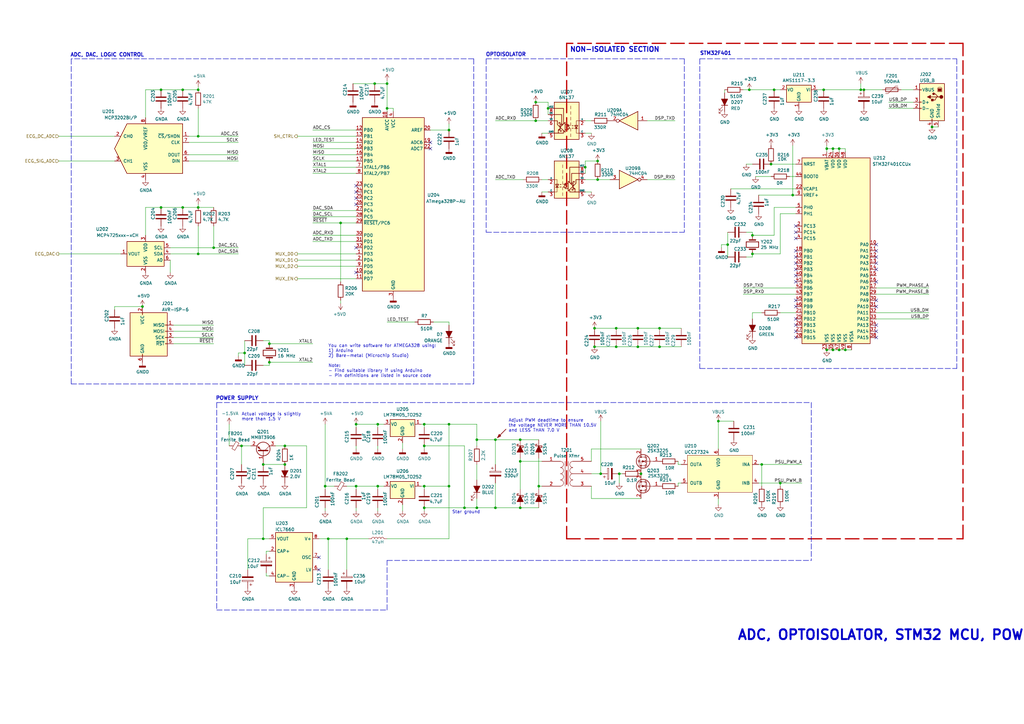
<source format=kicad_sch>
(kicad_sch (version 20211123) (generator eeschema)
  (paper "A3")
  (title_block (title "STM32F401 USB ECG") (date "2021-10-30") (rev "1.0") (company "Universitas Lampung") (comment 1 "Design by: Reyhan Issatyadi Darmawan"))
  (lib_symbols
    (symbol "74xx:74HC04"
      (property "Reference" "U" (at 0 1.27 0))
      (property "Value" "74HC04" (at 0 -1.27 0))
      (symbol "74HC04_1_0"
        (pin input line (at -7.62 0 0) (length 3.81) (name "~") (number "1"))
        (pin output inverted (at 7.62 0 180) (length 3.81) (name "~") (number "2"))
      )
      (symbol "74HC04_2_0"
        (pin input line (at -7.62 0 0) (length 3.81) (name "~") (number "3"))
        (pin output inverted (at 7.62 0 180) (length 3.81) (name "~") (number "4"))
      )
      (symbol "74HC04_3_0"
        (pin input line (at -7.62 0 0) (length 3.81) (name "~") (number "5"))
        (pin output inverted (at 7.62 0 180) (length 3.81) (name "~") (number "6"))
      )
      (symbol "74HC04_4_0"
        (pin output inverted (at 7.62 0 180) (length 3.81) (name "~") (number "8"))
        (pin input line (at -7.62 0 0) (length 3.81) (name "~") (number "9"))
      )
      (symbol "74HC04_5_0"
        (pin output inverted (at 7.62 0 180) (length 3.81) (name "~") (number "10"))
        (pin input line (at -7.62 0 0) (length 3.81) (name "~") (number "11"))
      )
      (symbol "74HC04_6_0"
        (pin output inverted (at 7.62 0 180) (length 3.81) (name "~") (number "12"))
        (pin input line (at -7.62 0 0) (length 3.81) (name "~") (number "13"))
      )
      (symbol "74HC04_7_0"
        (pin power_in line (at 0 12.7 270) (length 5.08) (name "VCC") (number "14"))
        (pin power_in line (at 0 -12.7 90) (length 5.08) (name "GND") (number "7"))
      )
    )
    (symbol "Analog_ADC:MCP3202" (pin_names (offset 1.016))
      (property "Reference" "U" (at -6.35 11.43 0))
      (property "Value" "MCP3202" (at 11.43 11.43 0))
      (symbol "MCP3202_1_1"
        (pin input line (at 17.78 5.08 180) (length 2.54) (name "~{CS}/SHDN") (number "1"))
        (pin passive line (at -12.7 5.08 0) (length 2.54) (name "CH0") (number "2"))
        (pin passive line (at -12.7 -5.08 0) (length 2.54) (name "CH1") (number "3"))
        (pin power_in line (at 0 -12.7 90) (length 2.54) (name "VSS") (number "4"))
        (pin input line (at 17.78 -5.08 180) (length 2.54) (name "DIN") (number "5"))
        (pin output line (at 17.78 -2.54 180) (length 2.54) (name "DOUT") (number "6"))
        (pin input line (at 17.78 2.54 180) (length 2.54) (name "CLK") (number "7"))
        (pin power_in line (at 0 12.7 270) (length 2.54) (name "VDD/VREF") (number "8"))
      )
    )
    (symbol "Analog_DAC:MCP4725xxx-xCH"
      (property "Reference" "U" (at -6.35 6.35 0))
      (property "Value" "MCP4725xxx-xCH" (at 8.89 6.35 0))
      (symbol "MCP4725xxx-xCH_1_1"
        (pin output line (at 10.16 0 180) (length 2.54) (name "VOUT") (number "1"))
        (pin power_in line (at 0 -7.62 90) (length 2.54) (name "VSS") (number "2"))
        (pin power_in line (at 0 7.62 270) (length 2.54) (name "VDD") (number "3"))
        (pin bidirectional line (at -10.16 0 0) (length 2.54) (name "SDA") (number "4"))
        (pin input line (at -10.16 2.54 0) (length 2.54) (name "SCL") (number "5"))
        (pin input line (at -10.16 -2.54 0) (length 2.54) (name "A0") (number "6"))
      )
    )
    (symbol "Connector:AVR-ISP-6" (pin_names (offset 1.016))
      (property "Reference" "J" (at -6.35 11.43 0))
      (property "Value" "AVR-ISP-6" (at 0 11.43 0))
      (symbol "AVR-ISP-6_1_1"
        (pin passive line (at 10.16 5.08 180) (length 2.54) (name "MISO") (number "1"))
        (pin passive line (at -2.54 12.7 270) (length 2.54) (name "VCC") (number "2"))
        (pin passive line (at 10.16 0 180) (length 2.54) (name "SCK") (number "3"))
        (pin passive line (at 10.16 2.54 180) (length 2.54) (name "MOSI") (number "4"))
        (pin passive line (at 10.16 -2.54 180) (length 2.54) (name "~{RST}") (number "5"))
        (pin passive line (at -2.54 -10.16 90) (length 2.54) (name "GND") (number "6"))
      )
    )
    (symbol "Connector:USB_B" (pin_names (offset 1.016))
      (property "Reference" "J" (at -5.08 11.43 0))
      (property "Value" "USB_B" (at -5.08 8.89 0))
      (symbol "USB_B_1_1"
        (pin power_out line (at 7.62 5.08 180) (length 2.54) (name "VBUS") (number "1"))
        (pin bidirectional line (at 7.62 -2.54 180) (length 2.54) (name "D-") (number "2"))
        (pin bidirectional line (at 7.62 0 180) (length 2.54) (name "D+") (number "3"))
        (pin power_out line (at 0 -10.16 90) (length 2.54) (name "GND") (number "4"))
        (pin passive line (at -2.54 -10.16 90) (length 2.54) (name "Shield") (number "5"))
      )
    )
    (symbol "Device:C" (pin_numbers hide) (pin_names (offset 0.254))
      (property "Reference" "C" (at 0.635 2.54 0))
      (property "Value" "C" (at 0.635 -2.54 0))
      (symbol "C_1_1"
        (pin passive line (at 0 3.81 270) (length 2.794) (name "~") (number "1"))
        (pin passive line (at 0 -3.81 90) (length 2.794) (name "~") (number "2"))
      )
    )
    (symbol "Device:CP" (pin_numbers hide) (pin_names (offset 0.254))
      (property "Reference" "C" (at 0.635 2.54 0))
      (property "Value" "Device_CP" (at 0.635 -2.54 0))
      (symbol "CP_1_1"
        (pin passive line (at 0 3.81 270) (length 2.794) (name "~") (number "1"))
        (pin passive line (at 0 -3.81 90) (length 2.794) (name "~") (number "2"))
      )
    )
    (symbol "Device:Crystal" (pin_numbers hide) (pin_names (offset 1.016) hide)
      (property "Reference" "Y" (at 0 3.81 0))
      (property "Value" "Crystal" (at 0 -3.81 0))
      (symbol "Crystal_1_1"
        (pin passive line (at -3.81 0 0) (length 1.27) (name "1") (number "1"))
        (pin passive line (at 3.81 0 180) (length 1.27) (name "2") (number "2"))
      )
    )
    (symbol "Device:D_Schottky_ALT" (pin_numbers hide) (pin_names (offset 1.016) hide)
      (property "Reference" "D" (at 0 2.54 0))
      (property "Value" "Device_D_Schottky_ALT" (at 0 -2.54 0))
      (symbol "D_Schottky_ALT_1_1"
        (pin passive line (at -3.81 0 0) (length 2.54) (name "K") (number "1"))
        (pin passive line (at 3.81 0 180) (length 2.54) (name "A") (number "2"))
      )
    )
    (symbol "Device:D_Zener_ALT" (pin_numbers hide) (pin_names (offset 1.016) hide)
      (property "Reference" "D" (at 0 2.54 0))
      (property "Value" "Device_D_Zener_ALT" (at 0 -2.54 0))
      (symbol "D_Zener_ALT_1_1"
        (pin passive line (at -3.81 0 0) (length 2.54) (name "K") (number "1"))
        (pin passive line (at 3.81 0 180) (length 2.54) (name "A") (number "2"))
      )
    )
    (symbol "Device:Ferrite_Bead_Small" (pin_numbers hide) (pin_names (offset 0))
      (property "Reference" "FB" (at 1.905 1.27 0))
      (property "Value" "Device_Ferrite_Bead_Small" (at 1.905 -1.27 0))
      (symbol "Ferrite_Bead_Small_1_1"
        (pin passive line (at 0 2.54 270) (length 1.27) (name "~") (number "1"))
        (pin passive line (at 0 -2.54 90) (length 1.27) (name "~") (number "2"))
      )
    )
    (symbol "Device:L" (pin_numbers hide) (pin_names (offset 1.016) hide)
      (property "Reference" "L" (at -1.27 0 90))
      (property "Value" "L" (at 1.905 0 90))
      (symbol "L_1_1"
        (pin passive line (at 0 3.81 270) (length 1.27) (name "1") (number "1"))
        (pin passive line (at 0 -3.81 90) (length 1.27) (name "2") (number "2"))
      )
    )
    (symbol "Device:LED_ALT" (pin_numbers hide) (pin_names (offset 1.016) hide)
      (property "Reference" "D" (at 0 2.54 0))
      (property "Value" "Device_LED_ALT" (at 0 -2.54 0))
      (symbol "LED_ALT_1_1"
        (pin passive line (at -3.81 0 0) (length 2.54) (name "K") (number "1"))
        (pin passive line (at 3.81 0 180) (length 2.54) (name "A") (number "2"))
      )
    )
    (symbol "Device:Polyfuse" (pin_numbers hide) (pin_names (offset 0))
      (property "Reference" "F" (at -2.54 0 90))
      (property "Value" "Polyfuse" (at 2.54 0 90))
      (symbol "Polyfuse_1_1"
        (pin passive line (at 0 3.81 270) (length 1.27) (name "~") (number "1"))
        (pin passive line (at 0 -3.81 90) (length 1.27) (name "~") (number "2"))
      )
    )
    (symbol "Device:Q_NMOS_GDS" (pin_names (offset 0) hide)
      (property "Reference" "Q" (at 5.08 1.27 0))
      (property "Value" "Q_NMOS_GDS" (at 5.08 -1.27 0))
      (symbol "Q_NMOS_GDS_1_1"
        (pin input line (at -5.08 0 0) (length 2.54) (name "G") (number "1"))
        (pin passive line (at 2.54 5.08 270) (length 2.54) (name "D") (number "2"))
        (pin passive line (at 2.54 -5.08 90) (length 2.54) (name "S") (number "3"))
      )
    )
    (symbol "Device:R" (pin_numbers hide) (pin_names (offset 0))
      (property "Reference" "R" (at 2.032 0 90))
      (property "Value" "R" (at 0 0 90))
      (symbol "R_1_1"
        (pin passive line (at 0 3.81 270) (length 1.27) (name "~") (number "1"))
        (pin passive line (at 0 -3.81 90) (length 1.27) (name "~") (number "2"))
      )
    )
    (symbol "Device:Transformer_1P_SS" (pin_names (offset 1.016) hide)
      (property "Reference" "T" (at 0 6.35 0))
      (property "Value" "Transformer_1P_SS" (at 0 -7.62 0))
      (symbol "Transformer_1P_SS_1_1"
        (pin passive line (at -10.16 5.08 0) (length 7.62) (name "AA") (number "1"))
        (pin passive line (at -10.16 -5.08 0) (length 7.62) (name "AB") (number "2"))
        (pin passive line (at 10.16 -5.08 180) (length 7.62) (name "SA") (number "3"))
        (pin passive line (at 10.16 0 180) (length 7.62) (name "SC") (number "4"))
        (pin passive line (at 10.16 5.08 180) (length 7.62) (name "SB") (number "5"))
      )
    )
    (symbol "Graphic:SYM_Arrow45_Normal" (pin_names (offset 1.016)))
    (symbol "Isolator:6N137" (pin_names (offset 0))
      (property "Reference" "U" (at -4.064 8.89 0))
      (property "Value" "6N137" (at 0 -8.89 0))
      (symbol "6N137_1_1"
        (pin no_connect line (at -5.08 5.08 0) (length 2.54) hide (name "NC") (number "1"))
        (pin passive line (at -7.62 0 0) (length 2.54) (name "A") (number "2"))
        (pin passive line (at -7.62 -5.08 0) (length 2.54) (name "C") (number "3"))
        (pin power_in line (at 7.62 -5.08 180) (length 2.54) (name "GND") (number "5"))
        (pin open_collector line (at 7.62 0 180) (length 2.54) (name "VO") (number "6"))
        (pin input line (at 7.62 2.54 180) (length 2.54) (name "EN") (number "7"))
        (pin power_in line (at 7.62 5.08 180) (length 2.54) (name "VCC") (number "8"))
      )
    )
    (symbol "MCU_Microchip_ATmega:ATmega328P-AU"
      (property "Reference" "U" (at -12.7 36.83 0))
      (property "Value" "MCU_Microchip_ATmega_ATmega328P-AU" (at 2.54 -36.83 0))
      (symbol "ATmega328P-AU_1_1"
        (pin bidirectional line (at 15.24 -20.32 180) (length 2.54) (name "PD3") (number "1"))
        (pin bidirectional line (at 15.24 -27.94 180) (length 2.54) (name "PD6") (number "10"))
        (pin bidirectional line (at 15.24 -30.48 180) (length 2.54) (name "PD7") (number "11"))
        (pin bidirectional line (at 15.24 30.48 180) (length 2.54) (name "PB0") (number "12"))
        (pin bidirectional line (at 15.24 27.94 180) (length 2.54) (name "PB1") (number "13"))
        (pin bidirectional line (at 15.24 25.4 180) (length 2.54) (name "PB2") (number "14"))
        (pin bidirectional line (at 15.24 22.86 180) (length 2.54) (name "PB3") (number "15"))
        (pin bidirectional line (at 15.24 20.32 180) (length 2.54) (name "PB4") (number "16"))
        (pin bidirectional line (at 15.24 17.78 180) (length 2.54) (name "PB5") (number "17"))
        (pin power_in line (at 2.54 38.1 270) (length 2.54) (name "AVCC") (number "18"))
        (pin input line (at -15.24 25.4 0) (length 2.54) (name "ADC6") (number "19"))
        (pin bidirectional line (at 15.24 -22.86 180) (length 2.54) (name "PD4") (number "2"))
        (pin passive line (at -15.24 30.48 0) (length 2.54) (name "AREF") (number "20"))
        (pin passive line (at 0 -38.1 90) (length 2.54) hide (name "GND") (number "21"))
        (pin input line (at -15.24 22.86 0) (length 2.54) (name "ADC7") (number "22"))
        (pin bidirectional line (at 15.24 7.62 180) (length 2.54) (name "PC0") (number "23"))
        (pin bidirectional line (at 15.24 5.08 180) (length 2.54) (name "PC1") (number "24"))
        (pin bidirectional line (at 15.24 2.54 180) (length 2.54) (name "PC2") (number "25"))
        (pin bidirectional line (at 15.24 0 180) (length 2.54) (name "PC3") (number "26"))
        (pin bidirectional line (at 15.24 -2.54 180) (length 2.54) (name "PC4") (number "27"))
        (pin bidirectional line (at 15.24 -5.08 180) (length 2.54) (name "PC5") (number "28"))
        (pin bidirectional line (at 15.24 -7.62 180) (length 2.54) (name "~{RESET}/PC6") (number "29"))
        (pin power_in line (at 0 -38.1 90) (length 2.54) (name "GND") (number "3"))
        (pin bidirectional line (at 15.24 -12.7 180) (length 2.54) (name "PD0") (number "30"))
        (pin bidirectional line (at 15.24 -15.24 180) (length 2.54) (name "PD1") (number "31"))
        (pin bidirectional line (at 15.24 -17.78 180) (length 2.54) (name "PD2") (number "32"))
        (pin power_in line (at 0 38.1 270) (length 2.54) (name "VCC") (number "4"))
        (pin passive line (at 0 -38.1 90) (length 2.54) hide (name "GND") (number "5"))
        (pin passive line (at 0 38.1 270) (length 2.54) hide (name "VCC") (number "6"))
        (pin bidirectional line (at 15.24 15.24 180) (length 2.54) (name "XTAL1/PB6") (number "7"))
        (pin bidirectional line (at 15.24 12.7 180) (length 2.54) (name "XTAL2/PB7") (number "8"))
        (pin bidirectional line (at 15.24 -25.4 180) (length 2.54) (name "PD5") (number "9"))
      )
    )
    (symbol "MCU_ST_STM32F4:STM32F401CCUx"
      (property "Reference" "U" (at -15.24 39.37 0))
      (property "Value" "STM32F401CCUx" (at 5.08 39.37 0))
      (symbol "STM32F401CCUx_1_1"
        (pin power_in line (at -5.08 40.64 270) (length 2.54) (name "VBAT") (number "1"))
        (pin bidirectional line (at 15.24 2.54 180) (length 2.54) (name "PA0") (number "10"))
        (pin bidirectional line (at 15.24 0 180) (length 2.54) (name "PA1") (number "11"))
        (pin bidirectional line (at 15.24 -2.54 180) (length 2.54) (name "PA2") (number "12"))
        (pin bidirectional line (at 15.24 -5.08 180) (length 2.54) (name "PA3") (number "13"))
        (pin bidirectional line (at 15.24 -7.62 180) (length 2.54) (name "PA4") (number "14"))
        (pin bidirectional line (at 15.24 -10.16 180) (length 2.54) (name "PA5") (number "15"))
        (pin bidirectional line (at 15.24 -12.7 180) (length 2.54) (name "PA6") (number "16"))
        (pin bidirectional line (at 15.24 -15.24 180) (length 2.54) (name "PA7") (number "17"))
        (pin bidirectional line (at -17.78 0 0) (length 2.54) (name "PB0") (number "18"))
        (pin bidirectional line (at -17.78 -2.54 0) (length 2.54) (name "PB1") (number "19"))
        (pin bidirectional line (at -17.78 10.16 0) (length 2.54) (name "PC13") (number "2"))
        (pin bidirectional line (at -17.78 -5.08 0) (length 2.54) (name "PB2") (number "20"))
        (pin bidirectional line (at -17.78 -25.4 0) (length 2.54) (name "PB10") (number "21"))
        (pin power_in line (at -17.78 25.4 0) (length 2.54) (name "VCAP1") (number "22"))
        (pin power_in line (at -5.08 -40.64 90) (length 2.54) (name "VSS") (number "23"))
        (pin power_in line (at -2.54 40.64 270) (length 2.54) (name "VDD") (number "24"))
        (pin bidirectional line (at -17.78 -27.94 0) (length 2.54) (name "PB12") (number "25"))
        (pin bidirectional line (at -17.78 -30.48 0) (length 2.54) (name "PB13") (number "26"))
        (pin bidirectional line (at -17.78 -33.02 0) (length 2.54) (name "PB14") (number "27"))
        (pin bidirectional line (at -17.78 -35.56 0) (length 2.54) (name "PB15") (number "28"))
        (pin bidirectional line (at 15.24 -17.78 180) (length 2.54) (name "PA8") (number "29"))
        (pin bidirectional line (at -17.78 7.62 0) (length 2.54) (name "PC14") (number "3"))
        (pin bidirectional line (at 15.24 -20.32 180) (length 2.54) (name "PA9") (number "30"))
        (pin bidirectional line (at 15.24 -22.86 180) (length 2.54) (name "PA10") (number "31"))
        (pin bidirectional line (at 15.24 -25.4 180) (length 2.54) (name "PA11") (number "32"))
        (pin bidirectional line (at 15.24 -27.94 180) (length 2.54) (name "PA12") (number "33"))
        (pin bidirectional line (at 15.24 -30.48 180) (length 2.54) (name "PA13") (number "34"))
        (pin power_in line (at -2.54 -40.64 90) (length 2.54) (name "VSS") (number "35"))
        (pin power_in line (at 0 40.64 270) (length 2.54) (name "VDD") (number "36"))
        (pin bidirectional line (at 15.24 -33.02 180) (length 2.54) (name "PA14") (number "37"))
        (pin bidirectional line (at 15.24 -35.56 180) (length 2.54) (name "PA15") (number "38"))
        (pin bidirectional line (at -17.78 -7.62 0) (length 2.54) (name "PB3") (number "39"))
        (pin bidirectional line (at -17.78 5.08 0) (length 2.54) (name "PC15") (number "4"))
        (pin bidirectional line (at -17.78 -10.16 0) (length 2.54) (name "PB4") (number "40"))
        (pin bidirectional line (at -17.78 -12.7 0) (length 2.54) (name "PB5") (number "41"))
        (pin bidirectional line (at -17.78 -15.24 0) (length 2.54) (name "PB6") (number "42"))
        (pin bidirectional line (at -17.78 -17.78 0) (length 2.54) (name "PB7") (number "43"))
        (pin input line (at -17.78 30.48 0) (length 2.54) (name "BOOT0") (number "44"))
        (pin bidirectional line (at -17.78 -20.32 0) (length 2.54) (name "PB8") (number "45"))
        (pin bidirectional line (at -17.78 -22.86 0) (length 2.54) (name "PB9") (number "46"))
        (pin power_in line (at 0 -40.64 90) (length 2.54) (name "VSS") (number "47"))
        (pin power_in line (at 2.54 40.64 270) (length 2.54) (name "VDD") (number "48"))
        (pin power_in line (at 2.54 -40.64 90) (length 2.54) (name "VSS") (number "49"))
        (pin input line (at -17.78 17.78 0) (length 2.54) (name "PH0") (number "5"))
        (pin input line (at -17.78 15.24 0) (length 2.54) (name "PH1") (number "6"))
        (pin input line (at -17.78 35.56 0) (length 2.54) (name "NRST") (number "7"))
        (pin power_in line (at 5.08 -40.64 90) (length 2.54) (name "VSSA") (number "8"))
        (pin power_in line (at -17.78 22.86 0) (length 2.54) (name "VREF+") (number "9"))
      )
    )
    (symbol "Regulator_Linear:AMS1117-3.3" (pin_names (offset 0.254))
      (property "Reference" "U" (at -3.81 3.175 0))
      (property "Value" "AMS1117-3.3" (at 0 3.175 0))
      (symbol "AMS1117-3.3_1_1"
        (pin power_in line (at 0 -7.62 90) (length 2.54) (name "GND") (number "1"))
        (pin power_out line (at 7.62 0 180) (length 2.54) (name "VO") (number "2"))
        (pin power_in line (at -7.62 0 0) (length 2.54) (name "VI") (number "3"))
      )
    )
    (symbol "Regulator_Linear:LM78M05_TO252" (pin_names (offset 0.254))
      (property "Reference" "U" (at -3.81 3.175 0))
      (property "Value" "LM78M05_TO252" (at 0 3.175 0))
      (symbol "LM78M05_TO252_1_1"
        (pin power_in line (at -7.62 0 0) (length 2.54) (name "VI") (number "1"))
        (pin power_in line (at 0 -7.62 90) (length 2.54) (name "GND") (number "2"))
        (pin power_out line (at 7.62 0 180) (length 2.54) (name "VO") (number "3"))
      )
    )
    (symbol "Regulator_SwitchedCapacitor:ICL7660"
      (property "Reference" "U" (at -6.35 11.43 0))
      (property "Value" "ICL7660" (at 3.81 11.43 0))
      (symbol "ICL7660_1_1"
        (pin no_connect line (at -7.62 5.08 0) (length 2.54) hide (name "NC") (number "1"))
        (pin input line (at 10.16 2.54 180) (length 2.54) (name "CAP+") (number "2"))
        (pin power_in line (at 0 -12.7 90) (length 2.54) (name "GND") (number "3"))
        (pin input line (at 10.16 -7.62 180) (length 2.54) (name "CAP-") (number "4"))
        (pin power_out line (at 10.16 7.62 180) (length 2.54) (name "VOUT") (number "5"))
        (pin input line (at -10.16 -5.08 0) (length 2.54) (name "LV") (number "6"))
        (pin input line (at -10.16 0 0) (length 2.54) (name "OSC") (number "7"))
        (pin power_in line (at -10.16 7.62 0) (length 2.54) (name "V+") (number "8"))
      )
    )
    (symbol "Transistor_BJT:MMBT3906" (pin_names (offset 0) hide)
      (property "Reference" "Q" (at 5.08 1.905 0))
      (property "Value" "MMBT3906" (at 5.08 0 0))
      (symbol "MMBT3906_1_1"
        (pin input line (at -5.08 0 0) (length 5.715) (name "B") (number "1"))
        (pin passive line (at 2.54 -5.08 90) (length 2.54) (name "E") (number "2"))
        (pin passive line (at 2.54 5.08 270) (length 2.54) (name "C") (number "3"))
      )
    )
    (symbol "my-kicad-lib:UCC27324" (pin_names (offset 1.016))
      (property "Reference" "U" (at -13.2334 10.795 0))
      (property "Value" "my-kicad-lib_UCC27324" (at -8.89 8.89 0))
      (symbol "UCC27324_1_1"
        (pin input line (at -16.51 3.81 0) (length 2.54) (name "INA") (number "2"))
        (pin power_in line (at 0 -10.16 90) (length 2.54) (name "GND") (number "3"))
        (pin input line (at -16.51 -3.81 0) (length 2.54) (name "INB") (number "4"))
        (pin output line (at 15.24 -3.81 180) (length 2.54) (name "OUTB") (number "5"))
        (pin power_in line (at 0 10.16 270) (length 2.54) (name "VDD") (number "6"))
        (pin output line (at 15.24 3.81 180) (length 2.54) (name "OUTA") (number "7"))
      )
    )
    (symbol "power:+3.3V" (power) (pin_names (offset 0))
      (property "Value" "+3.3V" (at 0 3.556 0))
      (symbol "+3.3V_1_1"
        (pin power_in line (at 0 0 90) (length 0) hide (name "+3V3") (number "1"))
      )
    )
    (symbol "power:+5VA" (power) (pin_names (offset 0))
      (property "Value" "+5VA" (at 0 3.556 0))
      (symbol "+5VA_1_1"
        (pin power_in line (at 0 0 90) (length 0) hide (name "+5VA") (number "1"))
      )
    )
    (symbol "power:+5VD" (power) (pin_names (offset 0))
      (property "Value" "+5VD" (at 0 3.556 0))
      (symbol "+5VD_1_1"
        (pin power_in line (at 0 0 90) (length 0) hide (name "+5VD") (number "1"))
      )
    )
    (symbol "power:-1.5VA" (power) (pin_names (offset 0))
      (property "Value" "power_-1.5VA" (at 0 3.556 0))
      (symbol "-1.5VA_1_1"
        (pin power_in line (at 0 0 90) (length 0) hide (name "-1.5VA") (number "1"))
      )
    )
    (symbol "power:GND" (power) (pin_names (offset 0))
      (property "Value" "GND" (at 0 -3.81 0))
      (symbol "GND_1_1"
        (pin power_in line (at 0 0 270) (length 0) hide (name "GND") (number "1"))
      )
    )
    (symbol "power:GNDA" (power) (pin_names (offset 0))
      (property "Value" "GNDA" (at 0 -3.81 0))
      (symbol "GNDA_1_1"
        (pin power_in line (at 0 0 270) (length 0) hide (name "GNDA") (number "1"))
      )
    )
    (symbol "power:GNDD" (power) (pin_names (offset 0))
      (property "Value" "GNDD" (at 0 -3.175 0))
      (symbol "GNDD_1_1"
        (pin power_in line (at 0 0 270) (length 0) hide (name "GNDD") (number "1"))
      )
    )
    (symbol "power:VBUS" (power) (pin_names (offset 0))
      (property "Value" "VBUS" (at 0 3.81 0))
      (symbol "VBUS_1_1"
        (pin power_in line (at 0 0 90) (length 0) hide (name "VBUS") (number "1"))
      )
    )
  )
  (junction (at 116.84 190.5))
  (junction (at 219.71 49.53))
  (junction (at 173.99 199.39))
  (junction (at 224.79 44.45))
  (junction (at 270.51 134.62))
  (junction (at 240.03 68.58))
  (junction (at 270.51 142.24))
  (junction (at 245.11 73.66))
  (junction (at 262.89 194.31))
  (junction (at 254 194.31))
  (junction (at 58.42 125.73))
  (junction (at 173.99 208.28))
  (junction (at 158.75 34.29))
  (junction (at 133.35 199.39))
  (junction (at 99.06 182.88))
  (junction (at 184.15 199.39))
  (junction (at 346.71 143.51))
  (junction (at 213.36 208.28))
  (junction (at 203.2 208.28))
  (junction (at 354.33 36.83))
  (junction (at 74.93 85.09))
  (junction (at 213.36 189.23))
  (junction (at 261.62 134.62))
  (junction (at 154.94 173.99))
  (junction (at 337.82 36.83))
  (junction (at 142.24 220.98))
  (junction (at 107.95 190.5))
  (junction (at 154.94 199.39))
  (junction (at 184.15 173.99))
  (junction (at 173.99 182.88))
  (junction (at 243.84 134.62))
  (junction (at 190.5 208.28))
  (junction (at 339.09 143.51))
  (junction (at 81.28 36.83))
  (junction (at 320.04 198.12))
  (junction (at 307.34 36.83))
  (junction (at 134.62 220.98))
  (junction (at 116.84 182.88))
  (junction (at 110.49 148.59))
  (junction (at 139.7 91.44))
  (junction (at 317.5 36.83))
  (junction (at 173.99 173.99))
  (junction (at 344.17 60.96))
  (junction (at 316.23 67.31))
  (junction (at 153.67 34.29))
  (junction (at 66.04 85.09))
  (junction (at 213.36 180.34))
  (junction (at 146.05 173.99))
  (junction (at 195.58 208.28))
  (junction (at 245.11 66.04))
  (junction (at 246.38 194.31))
  (junction (at 339.09 60.96))
  (junction (at 87.63 101.6))
  (junction (at 325.12 80.01))
  (junction (at 184.15 53.34))
  (junction (at 308.61 96.52))
  (junction (at 219.71 41.91))
  (junction (at 341.63 143.51))
  (junction (at 110.49 140.97))
  (junction (at 203.2 180.34))
  (junction (at 81.28 104.14))
  (junction (at 158.75 44.45))
  (junction (at 66.04 36.83))
  (junction (at 243.84 142.24))
  (junction (at 344.17 143.51))
  (junction (at 146.05 199.39))
  (junction (at 308.61 104.14))
  (junction (at 81.28 55.88))
  (junction (at 353.06 36.83))
  (junction (at 261.62 142.24))
  (junction (at 298.45 100.33))
  (junction (at 81.28 85.09))
  (junction (at 220.98 199.39))
  (junction (at 341.63 60.96))
  (junction (at 100.33 144.78))
  (junction (at 107.95 220.98))
  (junction (at 312.42 190.5))
  (junction (at 382.27 52.07))
  (junction (at 74.93 36.83))
  (junction (at 294.64 172.72))
  (junction (at 195.58 180.34))
  (junction (at 252.73 142.24))
  (junction (at 252.73 134.62))
  (no_connect (at 176.53 58.42))
  (no_connect (at 326.39 135.89))
  (no_connect (at 130.81 228.6))
  (no_connect (at 326.39 102.87))
  (no_connect (at 326.39 105.41))
  (no_connect (at 146.05 78.74))
  (no_connect (at 359.41 102.87))
  (no_connect (at 326.39 138.43))
  (no_connect (at 326.39 113.03))
  (no_connect (at 146.05 111.76))
  (no_connect (at 326.39 107.95))
  (no_connect (at 326.39 110.49))
  (no_connect (at 326.39 133.35))
  (no_connect (at 326.39 130.81))
  (no_connect (at 326.39 123.19))
  (no_connect (at 359.41 135.89))
  (no_connect (at 359.41 133.35))
  (no_connect (at 359.41 105.41))
  (no_connect (at 326.39 125.73))
  (no_connect (at 359.41 100.33))
  (no_connect (at 326.39 115.57))
  (no_connect (at 326.39 97.79))
  (no_connect (at 326.39 92.71))
  (no_connect (at 146.05 101.6))
  (no_connect (at 359.41 107.95))
  (no_connect (at 146.05 76.2))
  (no_connect (at 359.41 115.57))
  (no_connect (at 130.81 233.68))
  (no_connect (at 359.41 138.43))
  (no_connect (at 146.05 83.82))
  (no_connect (at 359.41 123.19))
  (no_connect (at 146.05 81.28))
  (no_connect (at 359.41 125.73))
  (no_connect (at 176.53 60.96))
  (no_connect (at 326.39 95.25))
  (no_connect (at 359.41 110.49))
  (wire (pts (xy 107.95 190.5) (xy 116.84 190.5)))
  (wire (pts (xy 77.47 66.04) (xy 97.79 66.04)))
  (wire (pts (xy 139.7 91.44) (xy 128.27 91.44)))
  (polyline (pts (xy 287.02 24.13) (xy 287.02 151.13)) (stroke (width 0.2032)))
  (wire (pts (xy 146.05 91.44) (xy 139.7 91.44)))
  (wire (pts (xy 93.98 173.99) (xy 93.98 182.88)))
  (wire (pts (xy 184.15 220.98) (xy 184.15 199.39)))
  (wire (pts (xy 110.49 148.59) (xy 128.27 148.59)))
  (polyline (pts (xy 88.9 165.1) (xy 332.74 165.1)) (stroke (width 0.2032)))
  (wire (pts (xy 146.05 53.34) (xy 128.27 53.34)))
  (wire (pts (xy 110.49 226.06) (xy 109.22 226.06)))
  (wire (pts (xy 154.94 182.88) (xy 154.94 184.15)))
  (wire (pts (xy 158.75 34.29) (xy 158.75 44.45)))
  (wire (pts (xy 77.47 55.88) (xy 81.28 55.88)))
  (wire (pts (xy 66.04 36.83) (xy 74.93 36.83)))
  (wire (pts (xy 154.94 175.26) (xy 154.94 173.99)))
  (wire (pts (xy 341.63 60.96) (xy 339.09 60.96)))
  (wire (pts (xy 121.92 106.68) (xy 146.05 106.68)))
  (wire (pts (xy 81.28 35.56) (xy 81.28 36.83)))
  (wire (pts (xy 109.22 234.95) (xy 109.22 236.22)))
  (wire (pts (xy 158.75 44.45) (xy 158.75 45.72)))
  (wire (pts (xy 110.49 139.7) (xy 110.49 140.97)))
  (wire (pts (xy 184.15 199.39) (xy 184.15 173.99)))
  (wire (pts (xy 374.65 41.91) (xy 364.49 41.91)))
  (wire (pts (xy 133.35 208.28) (xy 133.35 209.55)))
  (wire (pts (xy 381 118.11) (xy 359.41 118.11)))
  (wire (pts (xy 59.69 48.26) (xy 59.69 36.83)))
  (wire (pts (xy 59.69 85.09) (xy 66.04 85.09)))
  (wire (pts (xy 161.29 45.72) (xy 161.29 44.45)))
  (wire (pts (xy 100.33 139.7) (xy 100.33 144.78)))
  (wire (pts (xy 203.2 180.34) (xy 213.36 180.34)))
  (wire (pts (xy 254 194.31) (xy 255.27 194.31)))
  (wire (pts (xy 142.24 233.68) (xy 142.24 220.98)))
  (wire (pts (xy 24.13 66.04) (xy 46.99 66.04)))
  (wire (pts (xy 341.63 62.23) (xy 341.63 60.96)))
  (wire (pts (xy 261.62 142.24) (xy 270.51 142.24)))
  (wire (pts (xy 121.92 104.14) (xy 146.05 104.14)))
  (wire (pts (xy 102.87 182.88) (xy 99.06 182.88)))
  (wire (pts (xy 190.5 208.28) (xy 195.58 208.28)))
  (polyline (pts (xy 88.9 165.1) (xy 88.9 250.19)) (stroke (width 0.2032)))
  (wire (pts (xy 24.13 55.88) (xy 46.99 55.88)))
  (wire (pts (xy 240.03 54.61) (xy 242.57 54.61)))
  (polyline (pts (xy 232.41 220.98) (xy 394.97 220.98)) (stroke (width 0.508) (color 194 0 0 1)))
  (wire (pts (xy 242.57 184.15) (xy 262.89 184.15)))
  (wire (pts (xy 203.2 198.12) (xy 203.2 208.28)))
  (polyline (pts (xy 29.21 157.48) (xy 194.31 157.48)) (stroke (width 0.2032)))
  (wire (pts (xy 252.73 134.62) (xy 261.62 134.62)))
  (wire (pts (xy 74.93 85.09) (xy 81.28 85.09)))
  (wire (pts (xy 270.51 134.62) (xy 279.4 134.62)))
  (wire (pts (xy 97.79 146.05) (xy 97.79 144.78)))
  (wire (pts (xy 374.65 44.45) (xy 364.49 44.45)))
  (wire (pts (xy 298.45 95.25) (xy 298.45 100.33)))
  (wire (pts (xy 320.04 87.63) (xy 320.04 104.14)))
  (wire (pts (xy 278.13 189.23) (xy 278.13 190.5)))
  (wire (pts (xy 121.92 55.88) (xy 146.05 55.88)))
  (wire (pts (xy 151.13 220.98) (xy 142.24 220.98)))
  (wire (pts (xy 139.7 115.57) (xy 139.7 91.44)))
  (wire (pts (xy 121.92 109.22) (xy 146.05 109.22)))
  (wire (pts (xy 81.28 85.09) (xy 87.63 85.09)))
  (wire (pts (xy 158.75 220.98) (xy 184.15 220.98)))
  (wire (pts (xy 137.16 199.39) (xy 133.35 199.39)))
  (wire (pts (xy 224.79 46.99) (xy 224.79 44.45)))
  (wire (pts (xy 128.27 60.96) (xy 146.05 60.96)))
  (wire (pts (xy 316.23 67.31) (xy 326.39 67.31)))
  (wire (pts (xy 240.03 68.58) (xy 240.03 66.04)))
  (wire (pts (xy 254 198.12) (xy 254 194.31)))
  (wire (pts (xy 203.2 190.5) (xy 203.2 180.34)))
  (wire (pts (xy 339.09 143.51) (xy 341.63 143.51)))
  (wire (pts (xy 326.39 80.01) (xy 325.12 80.01)))
  (wire (pts (xy 344.17 60.96) (xy 341.63 60.96)))
  (wire (pts (xy 294.64 204.47) (xy 294.64 207.01)))
  (wire (pts (xy 173.99 200.66) (xy 173.99 199.39)))
  (wire (pts (xy 222.25 199.39) (xy 220.98 199.39)))
  (wire (pts (xy 66.04 85.09) (xy 74.93 85.09)))
  (wire (pts (xy 165.1 181.61) (xy 165.1 184.15)))
  (wire (pts (xy 325.12 80.01) (xy 325.12 59.69)))
  (polyline (pts (xy 394.97 17.78) (xy 232.41 17.78)) (stroke (width 0.508) (color 194 0 0 1)))
  (wire (pts (xy 146.05 200.66) (xy 146.05 199.39)))
  (wire (pts (xy 146.05 208.28) (xy 146.05 209.55)))
  (wire (pts (xy 107.95 139.7) (xy 110.49 139.7)))
  (polyline (pts (xy 280.67 24.13) (xy 280.67 95.25)) (stroke (width 0.2032)))
  (wire (pts (xy 242.57 199.39) (xy 242.57 204.47)))
  (wire (pts (xy 81.28 44.45) (xy 81.28 55.88)))
  (wire (pts (xy 107.95 208.28) (xy 125.73 208.28)))
  (wire (pts (xy 261.62 134.62) (xy 270.51 134.62)))
  (wire (pts (xy 99.06 182.88) (xy 99.06 190.5)))
  (wire (pts (xy 312.42 128.27) (xy 308.61 128.27)))
  (wire (pts (xy 139.7 124.46) (xy 139.7 123.19)))
  (wire (pts (xy 81.28 55.88) (xy 97.79 55.88)))
  (wire (pts (xy 110.49 149.86) (xy 110.49 148.59)))
  (wire (pts (xy 278.13 198.12) (xy 279.4 198.12)))
  (wire (pts (xy 240.03 73.66) (xy 245.11 73.66)))
  (wire (pts (xy 113.03 182.88) (xy 116.84 182.88)))
  (wire (pts (xy 242.57 189.23) (xy 242.57 184.15)))
  (wire (pts (xy 242.57 204.47) (xy 262.89 204.47)))
  (wire (pts (xy 311.15 80.01) (xy 325.12 80.01)))
  (wire (pts (xy 298.45 100.33) (xy 298.45 105.41)))
  (wire (pts (xy 384.81 52.07) (xy 382.27 52.07)))
  (polyline (pts (xy 199.39 24.13) (xy 199.39 95.25)) (stroke (width 0.2032)))
  (wire (pts (xy 359.41 128.27) (xy 381 128.27)))
  (wire (pts (xy 222.25 54.61) (xy 224.79 54.61)))
  (wire (pts (xy 146.05 182.88) (xy 146.05 184.15)))
  (wire (pts (xy 87.63 92.71) (xy 87.63 101.6)))
  (wire (pts (xy 146.05 63.5) (xy 128.27 63.5)))
  (wire (pts (xy 107.95 220.98) (xy 110.49 220.98)))
  (wire (pts (xy 312.42 199.39) (xy 312.42 190.5)))
  (wire (pts (xy 184.15 50.8) (xy 184.15 53.34)))
  (wire (pts (xy 294.64 172.72) (xy 294.64 184.15)))
  (wire (pts (xy 74.93 36.83) (xy 81.28 36.83)))
  (wire (pts (xy 107.95 220.98) (xy 107.95 208.28)))
  (wire (pts (xy 154.94 173.99) (xy 157.48 173.99)))
  (wire (pts (xy 308.61 95.25) (xy 308.61 96.52)))
  (wire (pts (xy 146.05 173.99) (xy 154.94 173.99)))
  (wire (pts (xy 219.71 49.53) (xy 224.79 49.53)))
  (polyline (pts (xy 88.9 250.19) (xy 158.75 250.19)) (stroke (width 0.2032)))
  (wire (pts (xy 300.99 172.72) (xy 294.64 172.72)))
  (wire (pts (xy 77.47 58.42) (xy 97.79 58.42)))
  (wire (pts (xy 240.03 49.53) (xy 242.57 49.53)))
  (wire (pts (xy 195.58 208.28) (xy 203.2 208.28)))
  (wire (pts (xy 307.34 36.83) (xy 317.5 36.83)))
  (wire (pts (xy 190.5 182.88) (xy 190.5 208.28)))
  (wire (pts (xy 195.58 182.88) (xy 195.58 180.34)))
  (wire (pts (xy 220.98 199.39) (xy 220.98 200.66)))
  (wire (pts (xy 297.18 38.1) (xy 297.18 36.83)))
  (wire (pts (xy 46.99 127) (xy 46.99 125.73)))
  (polyline (pts (xy 194.31 24.13) (xy 194.31 157.48)) (stroke (width 0.2032)))
  (wire (pts (xy 222.25 189.23) (xy 213.36 189.23)))
  (wire (pts (xy 146.05 86.36) (xy 128.27 86.36)))
  (polyline (pts (xy 158.75 250.19) (xy 158.75 229.87)) (stroke (width 0.2032)))
  (wire (pts (xy 311.15 190.5) (xy 312.42 190.5)))
  (wire (pts (xy 173.99 182.88) (xy 173.99 184.15)))
  (wire (pts (xy 326.39 87.63) (xy 320.04 87.63)))
  (wire (pts (xy 308.61 96.52) (xy 317.5 96.52)))
  (wire (pts (xy 153.67 34.29) (xy 158.75 34.29)))
  (wire (pts (xy 97.79 144.78) (xy 100.33 144.78)))
  (wire (pts (xy 146.05 99.06) (xy 128.27 99.06)))
  (polyline (pts (xy 29.21 24.13) (xy 29.21 157.48)) (stroke (width 0.2032)))
  (wire (pts (xy 344.17 143.51) (xy 346.71 143.51)))
  (polyline (pts (xy 158.75 229.87) (xy 332.74 229.87)) (stroke (width 0.2032)))
  (wire (pts (xy 146.05 71.12) (xy 128.27 71.12)))
  (wire (pts (xy 311.15 198.12) (xy 320.04 198.12)))
  (wire (pts (xy 213.36 189.23) (xy 213.36 200.66)))
  (wire (pts (xy 359.41 130.81) (xy 381 130.81)))
  (wire (pts (xy 270.51 142.24) (xy 279.4 142.24)))
  (wire (pts (xy 133.35 199.39) (xy 133.35 200.66)))
  (wire (pts (xy 320.04 198.12) (xy 328.93 198.12)))
  (wire (pts (xy 176.53 53.34) (xy 184.15 53.34)))
  (wire (pts (xy 173.99 208.28) (xy 173.99 209.55)))
  (wire (pts (xy 116.84 182.88) (xy 125.73 182.88)))
  (wire (pts (xy 317.5 85.09) (xy 326.39 85.09)))
  (wire (pts (xy 320.04 199.39) (xy 320.04 198.12)))
  (wire (pts (xy 87.63 101.6) (xy 97.79 101.6)))
  (wire (pts (xy 158.75 33.02) (xy 158.75 34.29)))
  (wire (pts (xy 306.07 95.25) (xy 308.61 95.25)))
  (wire (pts (xy 142.24 199.39) (xy 146.05 199.39)))
  (wire (pts (xy 320.04 128.27) (xy 326.39 128.27)))
  (wire (pts (xy 220.98 187.96) (xy 220.98 199.39)))
  (wire (pts (xy 339.09 60.96) (xy 339.09 59.69)))
  (polyline (pts (xy 232.41 17.78) (xy 232.41 220.98)) (stroke (width 0.508) (color 194 0 0 1)))
  (wire (pts (xy 154.94 199.39) (xy 157.48 199.39)))
  (wire (pts (xy 242.57 194.31) (xy 246.38 194.31)))
  (wire (pts (xy 308.61 128.27) (xy 308.61 130.81)))
  (wire (pts (xy 203.2 208.28) (xy 213.36 208.28)))
  (wire (pts (xy 295.91 101.6) (xy 295.91 100.33)))
  (wire (pts (xy 353.06 36.83) (xy 354.33 36.83)))
  (wire (pts (xy 308.61 104.14) (xy 320.04 104.14)))
  (wire (pts (xy 243.84 142.24) (xy 252.73 142.24)))
  (wire (pts (xy 154.94 208.28) (xy 154.94 209.55)))
  (wire (pts (xy 133.35 173.99) (xy 133.35 199.39)))
  (wire (pts (xy 195.58 173.99) (xy 195.58 180.34)))
  (wire (pts (xy 222.25 78.74) (xy 224.79 78.74)))
  (wire (pts (xy 265.43 73.66) (xy 276.86 73.66)))
  (wire (pts (xy 146.05 66.04) (xy 128.27 66.04)))
  (wire (pts (xy 121.92 114.3) (xy 146.05 114.3)))
  (wire (pts (xy 344.17 62.23) (xy 344.17 60.96)))
  (wire (pts (xy 69.85 106.68) (xy 69.85 111.76)))
  (wire (pts (xy 81.28 92.71) (xy 81.28 104.14)))
  (wire (pts (xy 146.05 58.42) (xy 128.27 58.42)))
  (wire (pts (xy 224.79 41.91) (xy 219.71 41.91)))
  (wire (pts (xy 81.28 83.82) (xy 81.28 85.09)))
  (wire (pts (xy 341.63 143.51) (xy 344.17 143.51)))
  (wire (pts (xy 172.72 199.39) (xy 173.99 199.39)))
  (wire (pts (xy 250.19 73.66) (xy 245.11 73.66)))
  (wire (pts (xy 312.42 190.5) (xy 328.93 190.5)))
  (wire (pts (xy 173.99 182.88) (xy 190.5 182.88)))
  (polyline (pts (xy 392.43 24.13) (xy 392.43 151.13)) (stroke (width 0.2032)))
  (wire (pts (xy 304.8 118.11) (xy 326.39 118.11)))
  (wire (pts (xy 146.05 88.9) (xy 128.27 88.9)))
  (wire (pts (xy 173.99 208.28) (xy 190.5 208.28)))
  (wire (pts (xy 46.99 125.73) (xy 58.42 125.73)))
  (wire (pts (xy 69.85 101.6) (xy 87.63 101.6)))
  (wire (pts (xy 213.36 187.96) (xy 213.36 189.23)))
  (wire (pts (xy 184.15 132.08) (xy 184.15 133.35)))
  (wire (pts (xy 24.13 104.14) (xy 49.53 104.14)))
  (wire (pts (xy 369.57 36.83) (xy 374.65 36.83)))
  (wire (pts (xy 173.99 175.26) (xy 173.99 173.99)))
  (wire (pts (xy 337.82 36.83) (xy 353.06 36.83)))
  (wire (pts (xy 306.07 105.41) (xy 308.61 105.41)))
  (wire (pts (xy 173.99 173.99) (xy 184.15 173.99)))
  (wire (pts (xy 161.29 44.45) (xy 158.75 44.45)))
  (wire (pts (xy 71.12 135.89) (xy 87.63 135.89)))
  (wire (pts (xy 59.69 36.83) (xy 66.04 36.83)))
  (polyline (pts (xy 199.39 95.25) (xy 280.67 95.25)) (stroke (width 0.2032)))
  (polyline (pts (xy 194.31 24.13) (xy 29.21 24.13)) (stroke (width 0.2032)))
  (wire (pts (xy 77.47 63.5) (xy 97.79 63.5)))
  (wire (pts (xy 177.8 132.08) (xy 184.15 132.08)))
  (wire (pts (xy 173.99 199.39) (xy 184.15 199.39)))
  (wire (pts (xy 246.38 172.72) (xy 246.38 194.31)))
  (wire (pts (xy 71.12 133.35) (xy 87.63 133.35)))
  (wire (pts (xy 107.95 149.86) (xy 110.49 149.86)))
  (wire (pts (xy 252.73 142.24) (xy 261.62 142.24)))
  (wire (pts (xy 265.43 49.53) (xy 276.86 49.53)))
  (wire (pts (xy 100.33 144.78) (xy 100.33 149.86)))
  (wire (pts (xy 109.22 226.06) (xy 109.22 227.33)))
  (wire (pts (xy 101.6 233.68) (xy 101.6 220.98)))
  (wire (pts (xy 219.71 49.53) (xy 203.2 49.53)))
  (wire (pts (xy 146.05 175.26) (xy 146.05 173.99)))
  (wire (pts (xy 326.39 77.47) (xy 299.72 77.47)))
  (wire (pts (xy 101.6 220.98) (xy 107.95 220.98)))
  (wire (pts (xy 130.81 220.98) (xy 134.62 220.98)))
  (wire (pts (xy 146.05 68.58) (xy 128.27 68.58)))
  (wire (pts (xy 243.84 134.62) (xy 252.73 134.62)))
  (wire (pts (xy 69.85 104.14) (xy 81.28 104.14)))
  (wire (pts (xy 240.03 66.04) (xy 245.11 66.04)))
  (wire (pts (xy 346.71 143.51) (xy 349.25 143.51)))
  (wire (pts (xy 146.05 96.52) (xy 128.27 96.52)))
  (wire (pts (xy 195.58 204.47) (xy 195.58 208.28)))
  (wire (pts (xy 295.91 100.33) (xy 298.45 100.33)))
  (wire (pts (xy 184.15 173.99) (xy 195.58 173.99)))
  (wire (pts (xy 359.41 120.65) (xy 381 120.65)))
  (wire (pts (xy 240.03 78.74) (xy 242.57 78.74)))
  (wire (pts (xy 165.1 207.01) (xy 165.1 209.55)))
  (wire (pts (xy 278.13 198.12) (xy 278.13 199.39)))
  (wire (pts (xy 335.28 36.83) (xy 337.82 36.83)))
  (wire (pts (xy 146.05 199.39) (xy 154.94 199.39)))
  (wire (pts (xy 213.36 208.28) (xy 220.98 208.28)))
  (wire (pts (xy 59.69 96.52) (xy 59.69 85.09)))
  (wire (pts (xy 213.36 180.34) (xy 220.98 180.34)))
  (wire (pts (xy 154.94 200.66) (xy 154.94 199.39)))
  (wire (pts (xy 354.33 36.83) (xy 361.95 36.83)))
  (wire (pts (xy 339.09 62.23) (xy 339.09 60.96)))
  (wire (pts (xy 222.25 73.66) (xy 224.79 73.66)))
  (wire (pts (xy 195.58 180.34) (xy 203.2 180.34)))
  (wire (pts (xy 346.71 62.23) (xy 346.71 60.96)))
  (polyline (pts (xy 394.97 220.98) (xy 394.97 17.78)) (stroke (width 0.508) (color 194 0 0 1)))
  (wire (pts (xy 71.12 138.43) (xy 87.63 138.43)))
  (wire (pts (xy 346.71 60.96) (xy 344.17 60.96)))
  (wire (pts (xy 304.8 36.83) (xy 307.34 36.83)))
  (wire (pts (xy 308.61 105.41) (xy 308.61 104.14)))
  (wire (pts (xy 172.72 173.99) (xy 173.99 173.99)))
  (wire (pts (xy 323.85 72.39) (xy 326.39 72.39)))
  (wire (pts (xy 142.24 220.98) (xy 134.62 220.98)))
  (wire (pts (xy 195.58 190.5) (xy 195.58 196.85)))
  (wire (pts (xy 224.79 44.45) (xy 224.79 41.91)))
  (wire (pts (xy 71.12 140.97) (xy 87.63 140.97)))
  (polyline (pts (xy 199.39 24.13) (xy 280.67 24.13)) (stroke (width 0.2032)))
  (wire (pts (xy 317.5 96.52) (xy 317.5 85.09)))
  (wire (pts (xy 110.49 140.97) (xy 128.27 140.97)))
  (wire (pts (xy 134.62 220.98) (xy 134.62 233.68)))
  (wire (pts (xy 214.63 73.66) (xy 203.2 73.66)))
  (polyline (pts (xy 332.74 165.1) (xy 332.74 229.87)) (stroke (width 0.2032)))
  (polyline (pts (xy 287.02 24.13) (xy 392.43 24.13)) (stroke (width 0.2032)))
  (wire (pts (xy 353.06 34.29) (xy 353.06 36.83)))
  (wire (pts (xy 109.22 236.22) (xy 110.49 236.22)))
  (wire (pts (xy 240.03 71.12) (xy 240.03 68.58)))
  (wire (pts (xy 316.23 72.39) (xy 309.88 72.39)))
  (wire (pts (xy 308.61 67.31) (xy 306.07 67.31)))
  (wire (pts (xy 125.73 208.28) (xy 125.73 182.88)))
  (wire (pts (xy 304.8 120.65) (xy 326.39 120.65)))
  (wire (pts (xy 170.18 132.08) (xy 158.75 132.08)))
  (polyline (pts (xy 287.02 151.13) (xy 392.43 151.13)) (stroke (width 0.2032)))
  (wire (pts (xy 278.13 190.5) (xy 279.4 190.5)))
  (wire (pts (xy 81.28 104.14) (xy 97.79 104.14)))
  (wire (pts (xy 144.78 34.29) (xy 153.67 34.29)))
  (wire (pts (xy 317.5 36.83) (xy 320.04 36.83)))
  (text "STM32F401" (at 287.02 22.86 0) (effects (font (size 1.4986 1.4986) (thickness 0.2997) bold) (justify left bottom)))
  (text "Star ground" (at 185.42 210.82 0) (effects (font (size 1.27 1.27)) (justify left bottom)))
  (text "Adjust PWM deadtime to ensure\nthe voltage NEVER MORE THAN 10.5V\nand LESS THAN 7.0 V" (at 208.5594 177.3682 0) (effects (font (size 1.27 1.27)) (justify left bottom)))
  (text "NON-ISOLATED SECTION" (at 233.68 21.59 0) (effects (font (size 2.0066 2.0066) (thickness 0.4013) bold) (justify left bottom)))
  (text "Actual voltage is slightly\nmore than 1.5 V" (at 99.06 172.72 0) (effects (font (size 1.27 1.27)) (justify left bottom)))
  (text "You can write software for ATMEGA328 using:\n1) Arduino\n2) Bare-metal (Microchip Studio)\n\nNote:\n- Find suitable library if using Arduino\n- Pin definitions are listed in source code" (at 134.62 154.94 0) (effects (font (size 1.27 1.27)) (justify left bottom)))
  (text "ADC, OPTOISOLATOR, STM32 MCU, POWER SUPPLY" (at 302.26 262.89 0) (effects (font (size 3.9878 3.9878) (thickness 0.7976) bold) (justify left bottom)))
  (text "OPTOISOLATOR" (at 199.1868 23.3426 0) (effects (font (size 1.4986 1.4986) (thickness 0.2997) bold) (justify left bottom)))
  (text "POWER SUPPLY" (at 88.4428 164.3126 0) (effects (font (size 1.4986 1.4986) (thickness 0.2997) bold) (justify left bottom)))
  (text "ADC, DAC, LOGIC CONTROL" (at 28.8036 23.495 0) (effects (font (size 1.4986 1.4986) (thickness 0.2997) bold) (justify left bottom)))
  (label "DSP_RXD" (at 276.86 73.66 180))
  (label "LED_TEST" (at 158.75 132.08 0))
  (label "PWM_PHASE_A" (at 381 118.11 180))
  (label "USB_DM" (at 364.49 44.45 0))
  (label "XTAL2" (at 128.27 71.12 0))
  (label "ADC_RXD" (at 128.27 96.52 0))
  (label "XTAL1" (at 128.27 140.97 180))
  (label "USB_DP" (at 381 130.81 180))
  (label "SCLK" (at 87.63 138.43 180))
  (label "ADC_TXD" (at 128.27 99.06 0))
  (label "ADC_TXD" (at 203.2 73.66 0))
  (label "USB_DP" (at 364.49 41.91 0))
  (label "MOSI" (at 128.27 60.96 0))
  (label "MISO" (at 87.63 133.35 180))
  (label "MISO" (at 128.27 63.5 0))
  (label "SCLK" (at 97.79 58.42 180))
  (label "PWM_PHASE_B" (at 381 120.65 180))
  (label "LED_TEST" (at 128.27 58.42 0))
  (label "~{RESET}" (at 87.63 140.97 180))
  (label "DSP_TXD" (at 276.86 49.53 180))
  (label "PSU_PWM_B" (at 328.93 198.12 180))
  (label "MOSI" (at 97.79 66.04 180))
  (label "ADC_CS" (at 128.27 53.34 0))
  (label "DAC_SDA" (at 97.79 104.14 180))
  (label "~{RESET}" (at 128.27 91.44 0))
  (label "XTAL2" (at 128.27 148.59 180))
  (label "ADC_RXD" (at 203.2 49.53 0))
  (label "DAC_SDA" (at 128.27 86.36 0))
  (label "DSP_TXD" (at 304.8 118.11 0))
  (label "USB_DM" (at 381 128.27 180))
  (label "PSU_PWM_A" (at 328.93 190.5 180))
  (label "XTAL1" (at 128.27 68.58 0))
  (label "MISO" (at 97.79 63.5 180))
  (label "ADC_CS" (at 97.79 55.88 180))
  (label "DAC_SCL" (at 97.79 101.6 180))
  (label "MOSI" (at 87.63 135.89 180))
  (label "SCLK" (at 128.27 66.04 0))
  (label "DSP_RXD" (at 304.8 120.65 0))
  (label "DAC_SCL" (at 128.27 88.9 0))
  (hierarchical_label "SH_CTRL" (shape output) (at 121.92 55.88 180))
  (hierarchical_label "MUX_D2" (shape output) (at 121.92 109.22 180))
  (hierarchical_label "ECG_DC_ADC" (shape input) (at 24.13 55.88 180))
  (hierarchical_label "MUX_EN" (shape output) (at 121.92 114.3 180))
  (hierarchical_label "MUX_D1" (shape output) (at 121.92 106.68 180))
  (hierarchical_label "ECG_DAC" (shape output) (at 24.13 104.14 180))
  (hierarchical_label "MUX_D0" (shape output) (at 121.92 104.14 180))
  (hierarchical_label "ECG_SIG_ADC" (shape input) (at 24.13 66.04 180))
  (symbol (lib_id "power:GND") (at 382.27 52.07 0) (unit 1)
    (property "Reference" "#PWR0270" (effects hide))
    (property "Value" "GND" (at 382.397 56.4642 0))
  )
  (symbol (lib_id "my-kicad-lib:UCC27324") (at 294.64 194.31 0) (mirror y) (unit 1)
    (property "Reference" "U210" (at 283.21 182.88 0))
    (property "Value" "UCC27324" (at 285.75 185.42 0))
    (property "Footprint" "Package_SO:SOP-8-1EP_4.57x4.57mm_P1.27mm_EP4.57x4.45mm" (effects hide))
  )
  (symbol (lib_id "Device:Transformer_1P_SS") (at 232.41 194.31 0) (unit 1)
    (property "Reference" "T201" (at 232.41 184.6326 0))
    (property "Value" "Pulse Xfmr" (at 232.41 186.944 0))
  )
  (symbol (lib_id "power:GND") (at 300.99 180.34 0) (unit 1)
    (property "Reference" "#PWR0254" (effects hide))
    (property "Value" "GND" (at 301.117 184.7342 0))
  )
  (symbol (lib_id "Device:Q_NMOS_GDS") (at 265.43 199.39 180) (unit 1)
    (property "Reference" "Q203" (at 270.51 193.04 0) (effects (justify left)))
    (property "Value" "2SK3225" (at 274.3962 195.1482 0) (effects (justify left)))
    (property "Footprint" "Package_TO_SOT_SMD:TO-252-2" (effects hide))
  )
  (symbol (lib_id "Device:Q_NMOS_GDS") (at 265.43 189.23 0) (mirror y) (unit 1)
    (property "Reference" "Q202" (at 270.51 182.88 0) (effects (justify left)))
    (property "Value" "2SK3225" (at 274.2184 184.8358 0) (effects (justify left)))
    (property "Footprint" "Package_TO_SOT_SMD:TO-252-2" (effects hide))
  )
  (symbol (lib_id "Device:CP") (at 250.19 194.31 90) (unit 1)
    (property "Reference" "C228" (at 251.46 190.5 90) (effects (justify left)))
    (property "Value" "10uF" (at 252.73 198.12 90) (effects (justify left)))
    (property "Footprint" "Capacitor_THT:CP_Radial_D5.0mm_P2.50mm" (effects hide))
  )
  (symbol (lib_id "Device:R") (at 195.58 186.69 0) (mirror y) (unit 1)
    (property "Reference" "R207" (at 193.04 189.23 90) (effects (justify left)))
    (property "Value" "2.2K" (at 198.2724 189.0014 90) (effects (justify left)))
    (property "Footprint" "Resistor_SMD:R_0805_2012Metric_Pad1.20x1.40mm_HandSolder" (effects hide))
  )
  (symbol (lib_id "Device:R") (at 274.32 199.39 90) (unit 1)
    (property "Reference" "R214" (at 275.59 196.85 90) (effects (justify left)))
    (property "Value" "10R" (at 276.6314 202.0824 90) (effects (justify left)))
    (property "Footprint" "Resistor_SMD:R_0805_2012Metric_Pad1.20x1.40mm_HandSolder" (effects hide))
  )
  (symbol (lib_id "power:GNDD") (at 184.15 60.96 0) (unit 1)
    (property "Reference" "#PWR0238" (effects hide))
    (property "Value" "GNDD" (at 184.2516 64.897 0))
  )
  (symbol (lib_id "Device:R") (at 259.08 194.31 90) (unit 1)
    (property "Reference" "R212" (at 260.35 191.77 90) (effects (justify left)))
    (property "Value" "0.1R" (at 261.3914 197.0024 90) (effects (justify left)))
    (property "Footprint" "Resistor_SMD:R_2512_6332Metric_Pad1.40x3.35mm_HandSolder" (effects hide))
  )
  (symbol (lib_id "power:GND") (at 254 198.12 0) (unit 1)
    (property "Reference" "#PWR0248" (effects hide))
    (property "Value" "GND" (at 254.127 202.5142 0))
  )
  (symbol (lib_id "power:VBUS") (at 246.38 172.72 0) (unit 1)
    (property "Reference" "#PWR0247" (effects hide))
    (property "Value" "VBUS" (at 243.84 168.91 0) (effects (justify left)))
  )
  (symbol (lib_id "power:VBUS") (at 294.64 172.72 0) (unit 1)
    (property "Reference" "#PWR0249" (effects hide))
    (property "Value" "VBUS" (at 292.1 168.91 0) (effects (justify left)))
  )
  (symbol (lib_id "Device:C") (at 300.99 176.53 180) (unit 1)
    (property "Reference" "C231" (at 309.88 175.26 0) (effects (justify left)))
    (property "Value" "100nF" (at 309.88 177.8 0) (effects (justify left)))
    (property "Footprint" "Capacitor_SMD:C_0805_2012Metric_Pad1.18x1.45mm_HandSolder" (effects hide))
  )
  (symbol (lib_id "power:GND") (at 312.42 207.01 0) (unit 1)
    (property "Reference" "#PWR0250" (effects hide))
    (property "Value" "GND" (at 312.547 211.4042 0))
  )
  (symbol (lib_id "Device:D_Schottky_ALT") (at 213.36 184.15 90) (mirror x) (unit 1)
    (property "Reference" "D203" (at 210.82 184.15 0))
    (property "Value" "SS34" (at 215.9 184.15 0))
    (property "Footprint" "Diode_SMD:D_SMA" (effects hide))
  )
  (symbol (lib_id "Device:D_Schottky_ALT") (at 213.36 204.47 90) (mirror x) (unit 1)
    (property "Reference" "D204" (at 210.82 204.47 0))
    (property "Value" "SS34" (at 215.9 204.47 0))
    (property "Footprint" "Diode_SMD:D_SMA" (effects hide))
  )
  (symbol (lib_id "Device:D_Schottky_ALT") (at 220.98 184.15 90) (mirror x) (unit 1)
    (property "Reference" "D205" (at 218.44 184.15 0))
    (property "Value" "SS34" (at 223.52 184.15 0))
    (property "Footprint" "Diode_SMD:D_SMA" (effects hide))
  )
  (symbol (lib_id "Device:D_Schottky_ALT") (at 220.98 204.47 90) (mirror x) (unit 1)
    (property "Reference" "D206" (at 218.44 204.47 0))
    (property "Value" "SS34" (at 223.52 204.47 0))
    (property "Footprint" "Diode_SMD:D_SMA" (effects hide))
  )
  (symbol (lib_id "Device:CP") (at 203.2 194.31 0) (unit 1)
    (property "Reference" "C223" (at 207.01 193.04 0) (effects (justify left)))
    (property "Value" "330uF" (at 206.756 195.072 0) (effects (justify left)))
    (property "Footprint" "Capacitor_THT:CP_Radial_D10.0mm_P5.00mm" (effects hide))
  )
  (symbol (lib_id "Regulator_Linear:LM78M05_TO252") (at 165.1 173.99 0) (mirror y) (unit 1)
    (property "Reference" "U205" (at 165.1 167.8432 0))
    (property "Value" "LM78M05_TO252" (at 165.1 170.1546 0))
    (property "Footprint" "Package_TO_SOT_SMD:TO-252-2" (effects hide))
    (property "Datasheet" "https://www.onsemi.com/pub/Collateral/MC78M00-D.PDF" (effects hide))
  )
  (symbol (lib_id "Device:LED_ALT") (at 195.58 200.66 270) (mirror x) (unit 1)
    (property "Reference" "D202" (at 197.612 199.6694 90) (effects (justify left)))
    (property "Value" "BLUE" (at 197.612 201.9808 90) (effects (justify left)))
    (property "Footprint" "LED_THT:LED_D3.0mm_Clear" (effects hide))
  )
  (symbol (lib_id "Device:CP") (at 142.24 237.49 0) (unit 1)
    (property "Reference" "C236" (at 144.78 236.22 0) (effects (justify left)))
    (property "Value" "10uF" (at 145.2372 238.633 0) (effects (justify left)))
    (property "Footprint" "Capacitor_THT:CP_Radial_D5.0mm_P2.50mm" (effects hide))
  )
  (symbol (lib_id "power:GNDA") (at 142.24 241.3 0) (unit 1)
    (property "Reference" "#PWR0260" (effects hide))
    (property "Value" "GNDA" (at 142.367 245.6942 0))
  )
  (symbol (lib_id "Device:Ferrite_Bead_Small") (at 96.52 182.88 270) (unit 1)
    (property "Reference" "FB201" (at 96.52 177.8 90))
    (property "Value" "Ferrite Bead" (at 96.52 180.34 90))
  )
  (symbol (lib_id "Device:L") (at 154.94 220.98 90) (unit 1)
    (property "Reference" "L201" (at 154.94 218.44 90))
    (property "Value" "47uH" (at 154.94 222.25 90))
  )
  (symbol (lib_id "Device:C") (at 133.35 204.47 0) (mirror x) (unit 1)
    (property "Reference" "C201" (at 129.9972 203.2 90) (effects (justify left)))
    (property "Value" "100nF" (at 136.4234 201.5236 90) (effects (justify left)))
    (property "Footprint" "Capacitor_SMD:C_0805_2012Metric_Pad1.18x1.45mm_HandSolder" (effects hide))
  )
  (symbol (lib_id "power:GNDA") (at 133.35 209.55 0) (unit 1)
    (property "Reference" "#PWR0201" (effects hide))
    (property "Value" "GNDA" (at 133.477 213.9442 0))
  )
  (symbol (lib_id "Analog_ADC:MCP3202") (at 59.69 60.96 0) (unit 1)
    (property "Reference" "U201" (at 44.45 45.72 0))
    (property "Value" "MCP3202BI/P" (at 49.53 48.26 0))
    (property "Footprint" "Package_DIP:DIP-8_W7.62mm_LongPads" (effects hide))
    (property "Datasheet" "http://ww1.microchip.com/downloads/en/DeviceDoc/21034D.pdf" (effects hide))
  )
  (symbol (lib_id "Analog_DAC:MCP4725xxx-xCH") (at 59.69 104.14 0) (mirror y) (unit 1)
    (property "Reference" "U202" (at 41.91 93.98 0))
    (property "Value" "MCP4725xxx-xCH" (at 48.26 96.52 0))
    (property "Footprint" "Package_TO_SOT_SMD:SOT-23-6" (effects hide))
    (property "Datasheet" "http://ww1.microchip.com/downloads/en/DeviceDoc/22039d.pdf" (effects hide))
  )
  (symbol (lib_id "power:GNDD") (at 173.99 184.15 0) (unit 1)
    (property "Reference" "#PWR0235" (effects hide))
    (property "Value" "GNDD" (at 174.0916 188.087 0))
  )
  (symbol (lib_id "power:GNDA") (at 59.69 73.66 0) (unit 1)
    (property "Reference" "#PWR0205" (effects hide))
    (property "Value" "GNDA" (at 59.817 78.0542 0))
  )
  (symbol (lib_id "power:GNDA") (at 59.69 111.76 0) (unit 1)
    (property "Reference" "#PWR0206" (effects hide))
    (property "Value" "GNDA" (at 59.817 116.1542 0))
  )
  (symbol (lib_id "power:GNDA") (at 69.85 111.76 0) (unit 1)
    (property "Reference" "#PWR0209" (effects hide))
    (property "Value" "GNDA" (at 69.977 116.1542 0))
  )
  (symbol (lib_id "Device:R") (at 87.63 88.9 0) (unit 1)
    (property "Reference" "R203" (at 89.408 87.7316 0) (effects (justify left)))
    (property "Value" "4.7K" (at 89.408 90.043 0) (effects (justify left)))
    (property "Footprint" "Resistor_SMD:R_0805_2012Metric_Pad1.20x1.40mm_HandSolder" (effects hide))
  )
  (symbol (lib_id "Device:C") (at 173.99 179.07 180) (unit 1)
    (property "Reference" "C220" (at 181.61 177.8 0) (effects (justify left)))
    (property "Value" "4.7uF" (at 181.61 180.34 0) (effects (justify left)))
    (property "Footprint" "Capacitor_SMD:C_0805_2012Metric_Pad1.18x1.45mm_HandSolder" (effects hide))
  )
  (symbol (lib_id "power:GNDD") (at 165.1 184.15 0) (unit 1)
    (property "Reference" "#PWR0233" (effects hide))
    (property "Value" "GNDD" (at 165.2016 188.087 0))
  )
  (symbol (lib_id "MCU_ST_STM32F4:STM32F401CCUx") (at 344.17 102.87 0) (unit 1)
    (property "Reference" "U212" (at 360.68 64.77 0))
    (property "Value" "STM32F401CCUx" (at 365.76 67.31 0))
    (property "Footprint" "Package_DFN_QFN:QFN-48-1EP_7x7mm_P0.5mm_EP5.6x5.6mm" (effects hide))
    (property "Datasheet" "http://www.st.com/st-web-ui/static/active/en/resource/technical/document/datasheet/DM00086815.pdf" (effects hide))
  )
  (symbol (lib_id "Connector:AVR-ISP-6") (at 60.96 138.43 0) (unit 1)
    (property "Reference" "J201" (at 71.12 124.46 0) (effects (justify right)))
    (property "Value" "AVR-ISP-6" (at 77.47 127 0) (effects (justify right)))
    (property "Datasheet" " ~" (effects hide))
  )
  (symbol (lib_id "Device:C") (at 66.04 40.64 0) (unit 1)
    (property "Reference" "C203" (at 62.7634 41.91 90) (effects (justify left)))
    (property "Value" "100nF" (at 69.5706 43.688 90) (effects (justify left)))
    (property "Footprint" "Capacitor_SMD:C_0805_2012Metric_Pad1.18x1.45mm_HandSolder" (effects hide))
  )
  (symbol (lib_id "power:GNDA") (at 66.04 44.45 0) (unit 1)
    (property "Reference" "#PWR0207" (effects hide))
    (property "Value" "GNDA" (at 66.167 48.8442 0))
  )
  (symbol (lib_id "MCU_Microchip_ATmega:ATmega328P-AU") (at 161.29 83.82 0) (mirror y) (unit 1)
    (property "Reference" "U204" (at 177.8 80.01 0))
    (property "Value" "ATmega328P-AU" (at 182.88 82.55 0))
    (property "Footprint" "Package_QFP:TQFP-32_7x7mm_P0.8mm" (effects hide))
    (property "Datasheet" "http://ww1.microchip.com/downloads/en/DeviceDoc/ATmega328_P%20AVR%20MCU%20with%20picoPower%20Technology%20Data%20Sheet%2040001984A.pdf" (effects hide))
  )
  (symbol (lib_id "Device:C") (at 74.93 40.64 0) (unit 1)
    (property "Reference" "C205" (at 71.7042 41.91 90) (effects (justify left)))
    (property "Value" "4.7uF" (at 78.2066 43.3578 90) (effects (justify left)))
    (property "Footprint" "Capacitor_SMD:C_0805_2012Metric_Pad1.18x1.45mm_HandSolder" (effects hide))
  )
  (symbol (lib_id "power:GNDA") (at 74.93 44.45 0) (unit 1)
    (property "Reference" "#PWR0210" (effects hide))
    (property "Value" "GNDA" (at 75.057 48.8442 0))
  )
  (symbol (lib_id "power:+5VA") (at 81.28 35.56 0) (unit 1)
    (property "Reference" "#PWR0212" (effects hide))
    (property "Value" "+5VA" (at 81.661 31.1658 0))
  )
  (symbol (lib_id "Device:R") (at 81.28 40.64 0) (unit 1)
    (property "Reference" "R201" (at 83.058 39.4716 0) (effects (justify left)))
    (property "Value" "47K" (at 83.058 41.783 0) (effects (justify left)))
    (property "Footprint" "Resistor_SMD:R_0805_2012Metric_Pad1.20x1.40mm_HandSolder" (effects hide))
  )
  (symbol (lib_id "Device:C") (at 66.04 88.9 0) (unit 1)
    (property "Reference" "C204" (at 62.7634 90.17 90) (effects (justify left)))
    (property "Value" "100nF" (at 69.5706 91.948 90) (effects (justify left)))
    (property "Footprint" "Capacitor_SMD:C_0805_2012Metric_Pad1.18x1.45mm_HandSolder" (effects hide))
  )
  (symbol (lib_id "Device:C") (at 74.93 88.9 0) (unit 1)
    (property "Reference" "C206" (at 71.7042 90.17 90) (effects (justify left)))
    (property "Value" "4.7uF" (at 78.2066 91.6178 90) (effects (justify left)))
    (property "Footprint" "Capacitor_SMD:C_0805_2012Metric_Pad1.18x1.45mm_HandSolder" (effects hide))
  )
  (symbol (lib_id "power:GNDA") (at 66.04 92.71 0) (unit 1)
    (property "Reference" "#PWR0208" (effects hide))
    (property "Value" "GNDA" (at 66.167 97.1042 0))
  )
  (symbol (lib_id "power:GNDA") (at 74.93 92.71 0) (unit 1)
    (property "Reference" "#PWR0211" (effects hide))
    (property "Value" "GNDA" (at 75.057 97.1042 0))
  )
  (symbol (lib_id "Device:R") (at 81.28 88.9 0) (unit 1)
    (property "Reference" "R202" (at 83.058 87.7316 0) (effects (justify left)))
    (property "Value" "4.7K" (at 83.058 90.043 0) (effects (justify left)))
    (property "Footprint" "Resistor_SMD:R_0805_2012Metric_Pad1.20x1.40mm_HandSolder" (effects hide))
  )
  (symbol (lib_id "power:+5VD") (at 158.75 33.02 0) (unit 1)
    (property "Reference" "#PWR0231" (effects hide))
    (property "Value" "+5VD" (at 159.131 28.6258 0))
  )
  (symbol (lib_id "Device:C") (at 153.67 38.1 0) (unit 1)
    (property "Reference" "C217" (at 150.4442 39.37 90) (effects (justify left)))
    (property "Value" "4.7uF" (at 156.9466 40.8178 90) (effects (justify left)))
    (property "Footprint" "Capacitor_SMD:C_0805_2012Metric_Pad1.18x1.45mm_HandSolder" (effects hide))
  )
  (symbol (lib_id "Device:C") (at 144.78 38.1 0) (unit 1)
    (property "Reference" "C214" (at 141.5034 39.37 90) (effects (justify left)))
    (property "Value" "100nF" (at 148.3106 41.148 90) (effects (justify left)))
    (property "Footprint" "Capacitor_SMD:C_0805_2012Metric_Pad1.18x1.45mm_HandSolder" (effects hide))
  )
  (symbol (lib_id "Device:C") (at 184.15 57.15 0) (unit 1)
    (property "Reference" "C222" (at 180.34 59.69 90) (effects (justify left)))
    (property "Value" "1uF" (at 187.4266 59.8678 90) (effects (justify left)))
    (property "Footprint" "Capacitor_SMD:C_0805_2012Metric_Pad1.18x1.45mm_HandSolder" (effects hide))
  )
  (symbol (lib_id "Device:C") (at 154.94 179.07 0) (mirror x) (unit 1)
    (property "Reference" "C218" (at 151.13 176.53 90) (effects (justify left)))
    (property "Value" "100nF" (at 158.0134 176.1236 90) (effects (justify left)))
    (property "Footprint" "Capacitor_SMD:C_0805_2012Metric_Pad1.18x1.45mm_HandSolder" (effects hide))
  )
  (symbol (lib_id "Device:C") (at 146.05 179.07 0) (mirror x) (unit 1)
    (property "Reference" "C215" (at 142.24 176.53 90) (effects (justify left)))
    (property "Value" "1uF" (at 149.3266 177.5206 90) (effects (justify left)))
    (property "Footprint" "Capacitor_SMD:C_0805_2012Metric_Pad1.18x1.45mm_HandSolder" (effects hide))
  )
  (symbol (lib_id "power:GNDD") (at 154.94 184.15 0) (unit 1)
    (property "Reference" "#PWR0229" (effects hide))
    (property "Value" "GNDD" (at 155.0416 188.087 0))
  )
  (symbol (lib_id "power:GNDD") (at 146.05 184.15 0) (unit 1)
    (property "Reference" "#PWR0225" (effects hide))
    (property "Value" "GNDD" (at 146.1516 188.087 0))
  )
  (symbol (lib_id "Regulator_Linear:LM78M05_TO252") (at 165.1 199.39 0) (mirror y) (unit 1)
    (property "Reference" "U206" (at 165.1 193.2432 0))
    (property "Value" "LM78M05_TO252" (at 165.1 195.5546 0))
    (property "Footprint" "Package_TO_SOT_SMD:TO-252-2" (effects hide))
    (property "Datasheet" "https://www.onsemi.com/pub/Collateral/MC78M00-D.PDF" (effects hide))
  )
  (symbol (lib_id "Device:C") (at 173.99 204.47 180) (unit 1)
    (property "Reference" "C221" (at 181.61 203.2 0) (effects (justify left)))
    (property "Value" "4.7uF" (at 181.61 205.74 0) (effects (justify left)))
    (property "Footprint" "Capacitor_SMD:C_0805_2012Metric_Pad1.18x1.45mm_HandSolder" (effects hide))
  )
  (symbol (lib_id "Device:C") (at 154.94 204.47 0) (mirror x) (unit 1)
    (property "Reference" "C219" (at 151.13 201.93 90) (effects (justify left)))
    (property "Value" "100nF" (at 158.0134 201.5236 90) (effects (justify left)))
    (property "Footprint" "Capacitor_SMD:C_0805_2012Metric_Pad1.18x1.45mm_HandSolder" (effects hide))
  )
  (symbol (lib_id "Device:C") (at 146.05 204.47 0) (mirror x) (unit 1)
    (property "Reference" "C216" (at 142.24 201.93 90) (effects (justify left)))
    (property "Value" "1uF" (at 149.1234 201.5236 90) (effects (justify left)))
    (property "Footprint" "Capacitor_SMD:C_0805_2012Metric_Pad1.18x1.45mm_HandSolder" (effects hide))
  )
  (symbol (lib_id "power:+5VD") (at 81.28 83.82 0) (unit 1)
    (property "Reference" "#PWR?" (effects hide))
    (property "Value" "+5VD" (at 81.661 79.4258 0))
  )
  (symbol (lib_id "power:+5VD") (at 184.15 50.8 0) (unit 1)
    (property "Reference" "#PWR?" (effects hide))
    (property "Value" "+5VD" (at 184.531 46.4058 0))
  )
  (symbol (lib_id "power:GNDA") (at 146.05 209.55 0) (unit 1)
    (property "Reference" "#PWR0227" (effects hide))
    (property "Value" "GNDA" (at 146.177 213.9442 0))
  )
  (symbol (lib_id "power:GNDA") (at 154.94 209.55 0) (unit 1)
    (property "Reference" "#PWR0230" (effects hide))
    (property "Value" "GNDA" (at 155.067 213.9442 0))
  )
  (symbol (lib_id "power:GNDA") (at 165.1 209.55 0) (unit 1)
    (property "Reference" "#PWR0234" (effects hide))
    (property "Value" "GNDA" (at 165.227 213.9442 0))
  )
  (symbol (lib_id "power:GNDA") (at 173.99 209.55 0) (unit 1)
    (property "Reference" "#PWR0236" (effects hide))
    (property "Value" "GNDA" (at 174.117 213.9442 0))
  )
  (symbol (lib_id "Device:LED_ALT") (at 184.15 137.16 90) (unit 1)
    (property "Reference" "D?" (at 181.61 137.16 90) (effects (justify left)))
    (property "Value" "ORANGE" (at 181.61 139.7 90) (effects (justify left)))
    (property "Footprint" "LED_THT:LED_D3.0mm_Clear" (effects hide))
  )
  (symbol (lib_id "power:GNDD") (at 184.15 140.97 0) (unit 1)
    (property "Reference" "#PWR?" (effects hide))
    (property "Value" "GNDD" (at 184.2516 144.907 0))
  )
  (symbol (lib_id "Device:R") (at 173.99 132.08 270) (mirror x) (unit 1)
    (property "Reference" "R?" (at 172.72 129.54 90) (effects (justify left)))
    (property "Value" "510R" (at 172.3644 134.7978 90) (effects (justify left)))
    (property "Footprint" "Resistor_SMD:R_0805_2012Metric_Pad1.20x1.40mm_HandSolder" (effects hide))
  )
  (symbol (lib_id "Device:R") (at 312.42 203.2 180) (unit 1)
    (property "Reference" "R205" (at 309.88 201.93 90) (effects (justify left)))
    (property "Value" "100K" (at 315.1124 200.8886 90) (effects (justify left)))
    (property "Footprint" "Resistor_SMD:R_0805_2012Metric_Pad1.20x1.40mm_HandSolder" (effects hide))
  )
  (symbol (lib_id "power:GND") (at 294.64 207.01 0) (unit 1)
    (property "Reference" "#PWR0271" (effects hide))
    (property "Value" "GND" (at 294.767 211.4042 0))
  )
  (symbol (lib_id "Device:R") (at 320.04 203.2 180) (unit 1)
    (property "Reference" "R219" (at 317.5 201.93 90) (effects (justify left)))
    (property "Value" "100K" (at 322.7324 200.8886 90) (effects (justify left)))
    (property "Footprint" "Resistor_SMD:R_0805_2012Metric_Pad1.20x1.40mm_HandSolder" (effects hide))
  )
  (symbol (lib_id "power:GND") (at 320.04 207.01 0) (unit 1)
    (property "Reference" "#PWR0272" (effects hide))
    (property "Value" "GND" (at 320.167 211.4042 0))
  )
  (symbol (lib_id "Device:Ferrite_Bead_Small") (at 139.7 199.39 270) (unit 1)
    (property "Reference" "FB202" (at 139.7 194.31 90))
    (property "Value" "Ferrite Bead" (at 139.7 196.85 90))
  )
  (symbol (lib_id "Graphic:SYM_Arrow45_Normal") (at 205.74 177.8 270) (unit 1)
    (property "Reference" "#SYM201" (effects hide))
    (property "Value" "SYM_Arrow45_Normal" (effects hide))
  )
  (symbol (lib_id "power:+5VD") (at 146.05 173.99 0) (unit 1)
    (property "Reference" "#PWR0224" (effects hide))
    (property "Value" "+5VD" (at 146.431 169.5958 0))
  )
  (symbol (lib_id "power:+5VA") (at 133.35 173.99 0) (unit 1)
    (property "Reference" "#PWR0226" (effects hide))
    (property "Value" "+5VA" (at 133.731 169.5958 0))
  )
  (symbol (lib_id "Device:LED_ALT") (at 297.18 41.91 270) (mirror x) (unit 1)
    (property "Reference" "D207" (at 299.72 41.91 90) (effects (justify left)))
    (property "Value" "RED" (at 299.72 44.45 90) (effects (justify left)))
    (property "Footprint" "LED_THT:LED_D3.0mm_Clear" (effects hide))
  )
  (symbol (lib_id "Device:R") (at 300.99 36.83 270) (mirror x) (unit 1)
    (property "Reference" "R215" (at 299.72 34.29 90) (effects (justify left)))
    (property "Value" "510R" (at 299.3644 39.5478 90) (effects (justify left)))
    (property "Footprint" "Resistor_SMD:R_0805_2012Metric_Pad1.20x1.40mm_HandSolder" (effects hide))
  )
  (symbol (lib_id "power:GND") (at 297.18 45.72 0) (unit 1)
    (property "Reference" "#PWR0252" (effects hide))
    (property "Value" "GND" (at 297.307 50.1142 0))
  )
  (symbol (lib_id "Device:LED_ALT") (at 308.61 134.62 270) (mirror x) (unit 1)
    (property "Reference" "D208" (at 311.15 134.62 90) (effects (justify left)))
    (property "Value" "GREEN" (at 311.15 137.16 90) (effects (justify left)))
    (property "Footprint" "LED_THT:LED_D3.0mm_Clear" (effects hide))
  )
  (symbol (lib_id "Device:R") (at 316.23 128.27 270) (mirror x) (unit 1)
    (property "Reference" "R217" (at 314.96 125.73 90) (effects (justify left)))
    (property "Value" "510R" (at 314.6044 130.9878 90) (effects (justify left)))
    (property "Footprint" "Resistor_SMD:R_0805_2012Metric_Pad1.20x1.40mm_HandSolder" (effects hide))
  )
  (symbol (lib_id "Device:R") (at 274.32 189.23 90) (unit 1)
    (property "Reference" "R213" (at 275.59 186.69 90) (effects (justify left)))
    (property "Value" "10R" (at 276.6314 191.9224 90) (effects (justify left)))
    (property "Footprint" "Resistor_SMD:R_0805_2012Metric_Pad1.20x1.40mm_HandSolder" (effects hide))
  )
  (symbol (lib_id "power:GND") (at 308.61 138.43 0) (unit 1)
    (property "Reference" "#PWR0257" (effects hide))
    (property "Value" "GND" (at 308.737 142.8242 0))
  )
  (symbol (lib_id "Regulator_SwitchedCapacitor:ICL7660") (at 120.65 228.6 0) (mirror y) (unit 1)
    (property "Reference" "U203" (at 115.57 214.63 0))
    (property "Value" "ICL7660" (at 116.84 217.17 0))
    (property "Datasheet" "http://datasheets.maximintegrated.com/en/ds/ICL7660-MAX1044.pdf" (effects hide))
  )
  (symbol (lib_id "Device:CP") (at 109.22 231.14 0) (mirror y) (unit 1)
    (property "Reference" "C212" (at 106.68 229.87 0) (effects (justify left)))
    (property "Value" "10uF" (at 106.2228 232.283 0) (effects (justify left)))
    (property "Footprint" "Capacitor_THT:CP_Radial_D5.0mm_P2.50mm" (effects hide))
  )
  (symbol (lib_id "power:GNDA") (at 120.65 241.3 0) (unit 1)
    (property "Reference" "#PWR0220" (effects hide))
    (property "Value" "GNDA" (at 120.777 245.6942 0))
  )
  (symbol (lib_id "Device:C") (at 134.62 237.49 0) (mirror x) (unit 1)
    (property "Reference" "C213" (at 130.81 234.95 90) (effects (justify left)))
    (property "Value" "100nF" (at 137.6934 234.5436 90) (effects (justify left)))
    (property "Footprint" "Capacitor_SMD:C_0805_2012Metric_Pad1.18x1.45mm_HandSolder" (effects hide))
  )
  (symbol (lib_id "power:GNDA") (at 134.62 241.3 0) (unit 1)
    (property "Reference" "#PWR0221" (effects hide))
    (property "Value" "GNDA" (at 134.747 245.6942 0))
  )
  (symbol (lib_id "Device:CP") (at 101.6 237.49 180) (unit 1)
    (property "Reference" "C210" (at 99.06 236.22 0) (effects (justify left)))
    (property "Value" "10uF" (at 99.06 238.76 0) (effects (justify left)))
    (property "Footprint" "Capacitor_THT:CP_Radial_D5.0mm_P2.50mm" (effects hide))
  )
  (symbol (lib_id "power:GNDA") (at 101.6 241.3 0) (unit 1)
    (property "Reference" "#PWR0217" (effects hide))
    (property "Value" "GNDA" (at 101.727 245.6942 0))
  )
  (symbol (lib_id "Transistor_BJT:MMBT3906") (at 107.95 185.42 270) (mirror x) (unit 1)
    (property "Reference" "Q201" (at 107.95 177.0888 90))
    (property "Value" "MMBT3906" (at 107.95 179.4002 90))
    (property "Footprint" "Package_TO_SOT_SMD:SOT-23" (effects hide))
    (property "Datasheet" "https://www.onsemi.com/pub/Collateral/2N3906-D.PDF" (effects hide))
  )
  (symbol (lib_id "Device:C") (at 107.95 194.31 0) (mirror x) (unit 1)
    (property "Reference" "C211" (at 104.14 191.77 90) (effects (justify left)))
    (property "Value" "1uF" (at 111.0234 191.3636 90) (effects (justify left)))
    (property "Footprint" "Capacitor_SMD:C_0805_2012Metric_Pad1.18x1.45mm_HandSolder" (effects hide))
  )
  (symbol (lib_id "power:GNDA") (at 107.95 198.12 0) (unit 1)
    (property "Reference" "#PWR0218" (effects hide))
    (property "Value" "GNDA" (at 108.077 202.5142 0))
  )
  (symbol (lib_id "Device:C") (at 99.06 194.31 0) (mirror x) (unit 1)
    (property "Reference" "C207" (at 95.25 191.77 90) (effects (justify left)))
    (property "Value" "4.7uF" (at 102.1334 191.3636 90) (effects (justify left)))
    (property "Footprint" "Capacitor_SMD:C_0805_2012Metric_Pad1.18x1.45mm_HandSolder" (effects hide))
  )
  (symbol (lib_id "power:GNDA") (at 99.06 198.12 0) (unit 1)
    (property "Reference" "#PWR0216" (effects hide))
    (property "Value" "GNDA" (at 99.187 202.5142 0))
  )
  (symbol (lib_id "Device:R") (at 116.84 186.69 0) (mirror y) (unit 1)
    (property "Reference" "R204" (at 114.3 189.23 90) (effects (justify left)))
    (property "Value" "1K" (at 119.5324 189.0014 90) (effects (justify left)))
    (property "Footprint" "Resistor_SMD:R_0805_2012Metric_Pad1.20x1.40mm_HandSolder" (effects hide))
  )
  (symbol (lib_id "Device:D_Zener_ALT") (at 116.84 194.31 90) (unit 1)
    (property "Reference" "D201" (at 118.872 193.1416 90) (effects (justify right)))
    (property "Value" "2.0V" (at 118.872 195.453 90) (effects (justify right)))
  )
  (symbol (lib_id "power:GNDA") (at 116.84 198.12 0) (unit 1)
    (property "Reference" "#PWR0219" (effects hide))
    (property "Value" "GNDA" (at 116.967 202.5142 0))
  )
  (symbol (lib_id "power:-1.5VA") (at 93.98 173.99 0) (unit 1)
    (property "Reference" "#PWR0215" (effects hide))
    (property "Value" "-1.5VA" (at 94.361 169.5958 0))
  )
  (symbol (lib_id "Device:R") (at 139.7 119.38 0) (unit 1)
    (property "Reference" "R206" (at 141.478 118.2116 0) (effects (justify left)))
    (property "Value" "20K" (at 141.478 120.523 0) (effects (justify left)))
    (property "Footprint" "Resistor_SMD:R_0805_2012Metric_Pad1.20x1.40mm_HandSolder" (effects hide))
  )
  (symbol (lib_id "power:+5VD") (at 139.7 124.46 180) (unit 1)
    (property "Reference" "#PWR0222" (effects hide))
    (property "Value" "+5VD" (at 139.319 128.8542 0))
  )
  (symbol (lib_id "power:+5VD") (at 58.42 125.73 0) (unit 1)
    (property "Reference" "#PWR0203" (effects hide))
    (property "Value" "+5VD" (at 58.801 121.3358 0))
  )
  (symbol (lib_id "Device:C") (at 46.99 130.81 0) (unit 1)
    (property "Reference" "C202" (at 43.7642 132.08 90) (effects (justify left)))
    (property "Value" "1uF" (at 50.2666 133.5278 90) (effects (justify left)))
    (property "Footprint" "Capacitor_SMD:C_0805_2012Metric_Pad1.18x1.45mm_HandSolder" (effects hide))
  )
  (symbol (lib_id "power:GNDA") (at 46.99 134.62 0) (unit 1)
    (property "Reference" "#PWR0202" (effects hide))
    (property "Value" "GNDA" (at 47.117 139.0142 0))
  )
  (symbol (lib_id "Device:Crystal") (at 110.49 144.78 270) (unit 1)
    (property "Reference" "Y201" (at 113.8174 143.6116 90) (effects (justify left)))
    (property "Value" "16 MHz" (at 113.8174 145.923 90) (effects (justify left)))
    (property "Footprint" "Crystal:Crystal_HC49-4H_Vertical" (effects hide))
  )
  (symbol (lib_id "Device:C") (at 104.14 139.7 270) (unit 1)
    (property "Reference" "C208" (at 101.6 135.89 90) (effects (justify left)))
    (property "Value" "22pF" (at 101.092 143.2306 90) (effects (justify left)))
    (property "Footprint" "Capacitor_SMD:C_0805_2012Metric_Pad1.18x1.45mm_HandSolder" (effects hide))
  )
  (symbol (lib_id "Device:C") (at 104.14 149.86 270) (unit 1)
    (property "Reference" "C209" (at 101.6 146.05 90) (effects (justify left)))
    (property "Value" "22pF" (at 101.092 153.3906 90) (effects (justify left)))
    (property "Footprint" "Capacitor_SMD:C_0805_2012Metric_Pad1.18x1.45mm_HandSolder" (effects hide))
  )
  (symbol (lib_id "Connector:USB_B") (at 382.27 41.91 0) (mirror y) (unit 1)
    (property "Reference" "J202" (at 377.19 30.48 0) (effects (justify right)))
    (property "Value" "USB_B" (at 377.19 33.02 0) (effects (justify right)))
    (property "Datasheet" " ~" (effects hide))
  )
  (symbol (lib_id "Isolator:6N137") (at 232.41 49.53 0) (mirror y) (unit 1)
    (property "Reference" "U207" (at 232.41 37.6682 0))
    (property "Value" "6N137" (at 232.41 39.9796 0))
    (property "Footprint" "Package_DIP:DIP-8_W7.62mm" (effects hide))
    (property "Datasheet" "https://docs.broadcom.com/docs/AV02-0940EN" (effects hide))
  )
  (symbol (lib_id "Isolator:6N137") (at 232.41 73.66 0) (unit 1)
    (property "Reference" "U208" (at 232.41 61.7982 0))
    (property "Value" "6N137" (at 232.41 64.1096 0))
    (property "Footprint" "Package_DIP:DIP-8_W7.62mm" (effects hide))
    (property "Datasheet" "https://docs.broadcom.com/docs/AV02-0940EN" (effects hide))
  )
  (symbol (lib_id "power:GNDD") (at 144.78 41.91 0) (unit 1)
    (property "Reference" "#PWR0223" (effects hide))
    (property "Value" "GNDD" (at 144.8816 45.847 0))
  )
  (symbol (lib_id "power:GNDD") (at 153.67 41.91 0) (unit 1)
    (property "Reference" "#PWR0228" (effects hide))
    (property "Value" "GNDD" (at 153.7716 45.847 0))
  )
  (symbol (lib_id "power:GNDD") (at 222.25 54.61 0) (unit 1)
    (property "Reference" "#PWR0240" (effects hide))
    (property "Value" "GNDD" (at 222.3516 58.547 0))
  )
  (symbol (lib_id "power:GNDD") (at 161.29 121.92 0) (unit 1)
    (property "Reference" "#PWR0232" (effects hide))
    (property "Value" "GNDD" (at 161.3916 125.857 0))
  )
  (symbol (lib_id "power:GNDD") (at 97.79 146.05 0) (unit 1)
    (property "Reference" "#PWR0214" (effects hide))
    (property "Value" "GNDD" (at 97.8916 149.987 0))
  )
  (symbol (lib_id "power:GNDD") (at 58.42 148.59 0) (unit 1)
    (property "Reference" "#PWR0204" (effects hide))
    (property "Value" "GNDD" (at 58.5216 152.527 0))
  )
  (symbol (lib_id "power:GNDD") (at 222.25 78.74 0) (unit 1)
    (property "Reference" "#PWR0241" (effects hide))
    (property "Value" "GNDD" (at 222.3516 82.677 0))
  )
  (symbol (lib_id "Device:R") (at 245.11 69.85 0) (mirror y) (unit 1)
    (property "Reference" "R210" (at 251.46 69.85 0) (effects (justify left)))
    (property "Value" "330R" (at 251.6886 71.6026 0) (effects (justify left)))
    (property "Footprint" "Resistor_SMD:R_0805_2012Metric_Pad1.20x1.40mm_HandSolder" (effects hide))
  )
  (symbol (lib_id "power:GND") (at 242.57 78.74 0) (unit 1)
    (property "Reference" "#PWR0245" (effects hide))
    (property "Value" "GND" (at 242.697 83.1342 0))
  )
  (symbol (lib_id "Device:R") (at 246.38 49.53 90) (unit 1)
    (property "Reference" "R211" (at 248.92 46.99 90) (effects (justify left)))
    (property "Value" "330R" (at 248.6914 52.2224 90) (effects (justify left)))
    (property "Footprint" "Resistor_SMD:R_0805_2012Metric_Pad1.20x1.40mm_HandSolder" (effects hide))
  )
  (symbol (lib_id "power:GND") (at 242.57 54.61 0) (unit 1)
    (property "Reference" "#PWR0244" (effects hide))
    (property "Value" "GND" (at 242.697 59.0042 0))
  )
  (symbol (lib_id "Device:R") (at 218.44 73.66 90) (unit 1)
    (property "Reference" "R208" (at 220.98 71.12 90) (effects (justify left)))
    (property "Value" "330R" (at 220.7514 76.3524 90) (effects (justify left)))
    (property "Footprint" "Resistor_SMD:R_0805_2012Metric_Pad1.20x1.40mm_HandSolder" (effects hide))
  )
  (symbol (lib_id "power:+3.3V") (at 245.11 66.04 0) (unit 1)
    (property "Reference" "#PWR0246" (effects hide))
    (property "Value" "+3.3V" (at 245.491 61.6458 0))
  )
  (symbol (lib_id "Device:R") (at 219.71 45.72 0) (unit 1)
    (property "Reference" "R209" (at 213.3346 45.212 0) (effects (justify left)))
    (property "Value" "330R" (at 213.36 46.99 0) (effects (justify left)))
    (property "Footprint" "Resistor_SMD:R_0805_2012Metric_Pad1.20x1.40mm_HandSolder" (effects hide))
  )
  (symbol (lib_id "power:+5VD") (at 219.71 41.91 0) (unit 1)
    (property "Reference" "#PWR0239" (effects hide))
    (property "Value" "+5VD" (at 220.091 37.5158 0))
  )
  (symbol (lib_id "74xx:74HC04") (at 257.81 49.53 0) (mirror y) (unit 1)
    (property "Reference" "U209" (at 251.9934 45.212 0))
    (property "Value" "74HC04" (at 254 46.99 0))
    (property "Datasheet" "https://assets.nexperia.com/documents/data-sheet/74HC_HCT04.pdf" (effects hide))
  )
  (symbol (lib_id "74xx:74HC04") (at 257.81 73.66 0) (unit 2)
    (property "Reference" "U209" (at 259.6134 69.0626 0))
    (property "Value" "74HC04" (at 261.62 71.12 0))
    (property "Datasheet" "https://assets.nexperia.com/documents/data-sheet/74HC_HCT04.pdf" (effects hide))
  )
  (symbol (lib_id "Regulator_Linear:AMS1117-3.3") (at 327.66 36.83 0) (mirror y) (unit 1)
    (property "Reference" "U211" (at 327.66 30.6832 0))
    (property "Value" "AMS1117-3.3" (at 327.66 32.9946 0))
    (property "Footprint" "Package_TO_SOT_SMD:SOT-223-3_TabPin2" (effects hide))
    (property "Datasheet" "http://www.advanced-monolithic.com/pdf/ds1117.pdf" (effects hide))
  )
  (symbol (lib_id "power:VBUS") (at 353.06 34.29 0) (unit 1)
    (property "Reference" "#PWR0268" (effects hide))
    (property "Value" "VBUS" (at 353.441 29.8958 0))
  )
  (symbol (lib_id "Device:Polyfuse") (at 365.76 36.83 270) (unit 1)
    (property "Reference" "F201" (at 365.76 31.115 90))
    (property "Value" "500mA" (at 365.76 33.4264 90))
  )
  (symbol (lib_id "power:+3.3V") (at 307.34 36.83 0) (unit 1)
    (property "Reference" "#PWR0256" (effects hide))
    (property "Value" "+3.3V" (at 307.721 32.4358 0))
  )
  (symbol (lib_id "Device:C") (at 317.5 40.64 0) (unit 1)
    (property "Reference" "C237" (at 313.69 43.18 90) (effects (justify left)))
    (property "Value" "1uF" (at 320.7766 43.3578 90) (effects (justify left)))
    (property "Footprint" "Capacitor_SMD:C_0805_2012Metric_Pad1.18x1.45mm_HandSolder" (effects hide))
  )
  (symbol (lib_id "Device:C") (at 337.82 40.64 0) (unit 1)
    (property "Reference" "C238" (at 334.5942 41.91 90) (effects (justify left)))
    (property "Value" "1uF" (at 341.0966 43.3578 90) (effects (justify left)))
    (property "Footprint" "Capacitor_SMD:C_0805_2012Metric_Pad1.18x1.45mm_HandSolder" (effects hide))
  )
  (symbol (lib_id "power:GND") (at 317.5 44.45 0) (unit 1)
    (property "Reference" "#PWR0262" (effects hide))
    (property "Value" "GND" (at 317.627 48.8442 0))
  )
  (symbol (lib_id "power:GND") (at 327.66 44.45 0) (unit 1)
    (property "Reference" "#PWR0264" (effects hide))
    (property "Value" "GND" (at 327.787 48.8442 0))
  )
  (symbol (lib_id "power:GND") (at 337.82 44.45 0) (unit 1)
    (property "Reference" "#PWR0265" (effects hide))
    (property "Value" "GND" (at 337.947 48.8442 0))
  )
  (symbol (lib_id "Device:CP") (at 354.33 40.64 0) (unit 1)
    (property "Reference" "C239" (at 357.3272 39.4716 0) (effects (justify left)))
    (property "Value" "10uF" (at 357.3272 41.783 0) (effects (justify left)))
    (property "Footprint" "Capacitor_THT:CP_Radial_D5.0mm_P2.50mm" (effects hide))
  )
  (symbol (lib_id "power:GND") (at 354.33 44.45 0) (unit 1)
    (property "Reference" "#PWR0269" (effects hide))
    (property "Value" "GND" (at 354.457 48.8442 0))
  )
  (symbol (lib_id "power:GND") (at 339.09 143.51 0) (unit 1)
    (property "Reference" "#PWR0267" (effects hide))
    (property "Value" "GND" (at 339.217 147.9042 0))
  )
  (symbol (lib_id "Device:R") (at 316.23 63.5 0) (mirror y) (unit 1)
    (property "Reference" "R216" (at 323.85 63.5 0) (effects (justify left)))
    (property "Value" "10K" (at 322.8086 65.2526 0) (effects (justify left)))
    (property "Footprint" "Resistor_SMD:R_0805_2012Metric_Pad1.20x1.40mm_HandSolder" (effects hide))
  )
  (symbol (lib_id "power:+3.3V") (at 316.23 59.69 0) (unit 1)
    (property "Reference" "#PWR0261" (effects hide))
    (property "Value" "+3.3V" (at 316.611 55.2958 0))
  )
  (symbol (lib_id "Device:C") (at 312.42 67.31 270) (unit 1)
    (property "Reference" "C235" (at 309.88 63.5 90) (effects (justify left)))
    (property "Value" "100nF" (at 309.7022 70.5866 90) (effects (justify left)))
    (property "Footprint" "Capacitor_SMD:C_0805_2012Metric_Pad1.18x1.45mm_HandSolder" (effects hide))
  )
  (symbol (lib_id "power:GND") (at 306.07 67.31 0) (unit 1)
    (property "Reference" "#PWR0255" (effects hide))
    (property "Value" "GND" (at 306.197 71.7042 0))
  )
  (symbol (lib_id "power:+3.3V") (at 339.09 59.69 0) (unit 1)
    (property "Reference" "#PWR0266" (effects hide))
    (property "Value" "+3.3V" (at 339.471 55.2958 0))
  )
  (symbol (lib_id "Device:R") (at 320.04 72.39 270) (mirror x) (unit 1)
    (property "Reference" "R218" (at 318.77 69.85 90) (effects (justify left)))
    (property "Value" "0R" (at 318.4144 75.1078 90) (effects (justify left)))
    (property "Footprint" "Resistor_SMD:R_0805_2012Metric_Pad1.20x1.40mm_HandSolder" (effects hide))
  )
  (symbol (lib_id "power:GND") (at 309.88 72.39 0) (unit 1)
    (property "Reference" "#PWR0258" (effects hide))
    (property "Value" "GND" (at 310.007 76.7842 0))
  )
  (symbol (lib_id "Device:C") (at 299.72 81.28 0) (mirror x) (unit 1)
    (property "Reference" "C230" (at 296.4942 80.01 90) (effects (justify left)))
    (property "Value" "4.7uF" (at 302.9966 78.5622 90) (effects (justify left)))
    (property "Footprint" "Capacitor_SMD:C_0805_2012Metric_Pad1.18x1.45mm_HandSolder" (effects hide))
  )
  (symbol (lib_id "power:GND") (at 299.72 85.09 0) (unit 1)
    (property "Reference" "#PWR0253" (effects hide))
    (property "Value" "GND" (at 299.847 89.4842 0))
  )
  (symbol (lib_id "Device:Crystal") (at 308.61 100.33 270) (unit 1)
    (property "Reference" "Y202" (at 311.9374 99.1616 90) (effects (justify left)))
    (property "Value" "25 MHz" (at 311.9374 101.473 90) (effects (justify left)))
    (property "Footprint" "Crystal:Crystal_HC49-4H_Vertical" (effects hide))
  )
  (symbol (lib_id "Device:C") (at 302.26 105.41 270) (unit 1)
    (property "Reference" "C233" (at 300.99 102.1334 90) (effects (justify left)))
    (property "Value" "22pF" (at 299.212 108.9406 90) (effects (justify left)))
    (property "Footprint" "Capacitor_SMD:C_0805_2012Metric_Pad1.18x1.45mm_HandSolder" (effects hide))
  )
  (symbol (lib_id "power:GNDD") (at 295.91 101.6 0) (unit 1)
    (property "Reference" "#PWR0251" (effects hide))
    (property "Value" "GNDD" (at 296.0116 105.537 0))
  )
  (symbol (lib_id "Device:C") (at 302.26 95.25 270) (unit 1)
    (property "Reference" "C232" (at 300.99 91.9734 90) (effects (justify left)))
    (property "Value" "22pF" (at 299.212 98.7806 90) (effects (justify left)))
    (property "Footprint" "Capacitor_SMD:C_0805_2012Metric_Pad1.18x1.45mm_HandSolder" (effects hide))
  )
  (symbol (lib_id "power:+3.3V") (at 325.12 59.69 0) (unit 1)
    (property "Reference" "#PWR0263" (effects hide))
    (property "Value" "+3.3V" (at 325.501 55.2958 0))
  )
  (symbol (lib_id "Device:C") (at 311.15 83.82 0) (mirror x) (unit 1)
    (property "Reference" "C234" (at 307.9242 82.55 90) (effects (justify left)))
    (property "Value" "1uF" (at 314.4266 81.1022 90) (effects (justify left)))
    (property "Footprint" "Capacitor_SMD:C_0805_2012Metric_Pad1.18x1.45mm_HandSolder" (effects hide))
  )
  (symbol (lib_id "power:GND") (at 311.15 87.63 0) (unit 1)
    (property "Reference" "#PWR0259" (effects hide))
    (property "Value" "GND" (at 311.277 92.0242 0))
  )
  (symbol (lib_id "Device:C") (at 243.84 138.43 0) (mirror x) (unit 1)
    (property "Reference" "C224" (at 240.6142 137.16 90) (effects (justify left)))
    (property "Value" "100nF" (at 247.1166 135.7122 90) (effects (justify left)))
    (property "Footprint" "Capacitor_SMD:C_0805_2012Metric_Pad1.18x1.45mm_HandSolder" (effects hide))
  )
  (symbol (lib_id "Device:C") (at 252.73 138.43 0) (mirror x) (unit 1)
    (property "Reference" "C225" (at 249.5042 137.16 90) (effects (justify left)))
    (property "Value" "100nF" (at 256.0066 135.7122 90) (effects (justify left)))
    (property "Footprint" "Capacitor_SMD:C_0805_2012Metric_Pad1.18x1.45mm_HandSolder" (effects hide))
  )
  (symbol (lib_id "Device:C") (at 261.62 138.43 0) (mirror x) (unit 1)
    (property "Reference" "C226" (at 258.3942 137.16 90) (effects (justify left)))
    (property "Value" "100nF" (at 264.8966 135.7122 90) (effects (justify left)))
    (property "Footprint" "Capacitor_SMD:C_0805_2012Metric_Pad1.18x1.45mm_HandSolder" (effects hide))
  )
  (symbol (lib_id "Device:C") (at 270.51 138.43 0) (mirror x) (unit 1)
    (property "Reference" "C227" (at 267.2842 137.16 90) (effects (justify left)))
    (property "Value" "100nF" (at 273.7866 135.7122 90) (effects (justify left)))
    (property "Footprint" "Capacitor_SMD:C_0805_2012Metric_Pad1.18x1.45mm_HandSolder" (effects hide))
  )
  (symbol (lib_id "Device:C") (at 279.4 138.43 0) (mirror x) (unit 1)
    (property "Reference" "C229" (at 276.1742 137.16 90) (effects (justify left)))
    (property "Value" "100nF" (at 282.6766 135.7122 90) (effects (justify left)))
    (property "Footprint" "Capacitor_SMD:C_0805_2012Metric_Pad1.18x1.45mm_HandSolder" (effects hide))
  )
  (symbol (lib_id "power:GND") (at 243.84 142.24 0) (unit 1)
    (property "Reference" "#PWR0243" (effects hide))
    (property "Value" "GND" (at 243.967 146.6342 0))
  )
  (symbol (lib_id "power:+3.3V") (at 243.84 134.62 0) (unit 1)
    (property "Reference" "#PWR0242" (effects hide))
    (property "Value" "+3.3V" (at 244.221 130.2258 0))
  )
)
</source>
